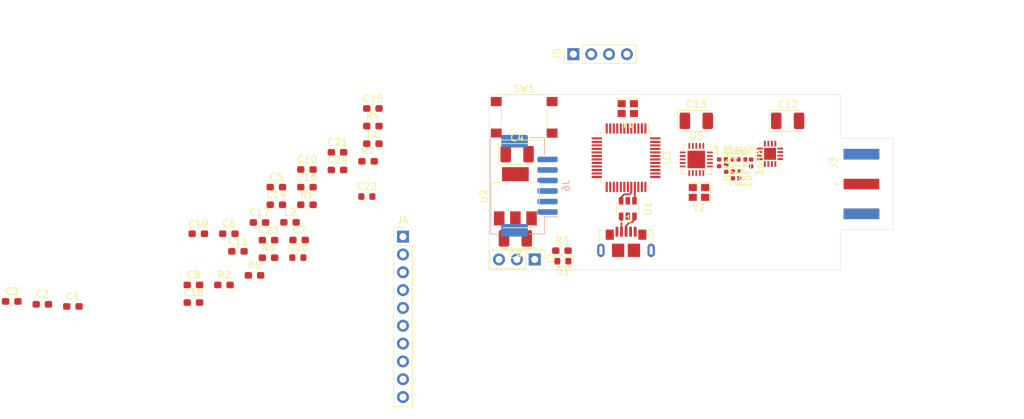
<source format=kicad_pcb>
(kicad_pcb (version 20171130) (host pcbnew "(5.1.6)-1")

  (general
    (thickness 1.6)
    (drawings 12)
    (tracks 14)
    (zones 0)
    (modules 55)
    (nets 84)
  )

  (page A4)
  (layers
    (0 F.Cu signal)
    (31 B.Cu signal)
    (32 B.Adhes user)
    (33 F.Adhes user)
    (34 B.Paste user)
    (35 F.Paste user)
    (36 B.SilkS user)
    (37 F.SilkS user)
    (38 B.Mask user)
    (39 F.Mask user)
    (40 Dwgs.User user)
    (41 Cmts.User user)
    (42 Eco1.User user)
    (43 Eco2.User user)
    (44 Edge.Cuts user)
    (45 Margin user)
    (46 B.CrtYd user)
    (47 F.CrtYd user)
    (48 B.Fab user)
    (49 F.Fab user)
  )

  (setup
    (last_trace_width 0.25)
    (trace_clearance 0.2)
    (zone_clearance 0.508)
    (zone_45_only no)
    (trace_min 0.2)
    (via_size 0.8)
    (via_drill 0.4)
    (via_min_size 0.4)
    (via_min_drill 0.3)
    (uvia_size 0.3)
    (uvia_drill 0.1)
    (uvias_allowed no)
    (uvia_min_size 0.2)
    (uvia_min_drill 0.1)
    (edge_width 0.05)
    (segment_width 0.2)
    (pcb_text_width 0.3)
    (pcb_text_size 1.5 1.5)
    (mod_edge_width 0.12)
    (mod_text_size 1 1)
    (mod_text_width 0.15)
    (pad_size 1.524 1.524)
    (pad_drill 0.762)
    (pad_to_mask_clearance 0.05)
    (aux_axis_origin 0 0)
    (visible_elements FFFFFF7F)
    (pcbplotparams
      (layerselection 0x010fc_ffffffff)
      (usegerberextensions false)
      (usegerberattributes true)
      (usegerberadvancedattributes true)
      (creategerberjobfile true)
      (excludeedgelayer true)
      (linewidth 0.100000)
      (plotframeref false)
      (viasonmask false)
      (mode 1)
      (useauxorigin false)
      (hpglpennumber 1)
      (hpglpenspeed 20)
      (hpglpendiameter 15.000000)
      (psnegative false)
      (psa4output false)
      (plotreference true)
      (plotvalue true)
      (plotinvisibletext false)
      (padsonsilk false)
      (subtractmaskfromsilk false)
      (outputformat 1)
      (mirror false)
      (drillshape 1)
      (scaleselection 1)
      (outputdirectory ""))
  )

  (net 0 "")
  (net 1 RF_out)
  (net 2 "Net-(1.5pF1-Pad1)")
  (net 3 GND)
  (net 4 TXEN)
  (net 5 "Net-(2.7nH1-Pad1)")
  (net 6 "Net-(3.9nH1-Pad1)")
  (net 7 "Net-(C1-Pad1)")
  (net 8 "Net-(C2-Pad1)")
  (net 9 NRST)
  (net 10 +5V)
  (net 11 +3V3)
  (net 12 "Net-(C18-Pad1)")
  (net 13 "Net-(C19-Pad1)")
  (net 14 "Net-(C20-Pad1)")
  (net 15 "Net-(C22-Pad1)")
  (net 16 "Net-(C23-Pad1)")
  (net 17 "Net-(D1-Pad2)")
  (net 18 "Net-(J1-Pad6)")
  (net 19 D+)
  (net 20 "Net-(J1-Pad4)")
  (net 21 D-)
  (net 22 BOOT0)
  (net 23 P10)
  (net 24 P9)
  (net 25 P8)
  (net 26 P7)
  (net 27 P6)
  (net 28 P5)
  (net 29 P4)
  (net 30 P3)
  (net 31 P2)
  (net 32 P1)
  (net 33 SWDIO)
  (net 34 SWCLK)
  (net 35 "Net-(R1-Pad2)")
  (net 36 "Net-(R1-Pad1)")
  (net 37 CE)
  (net 38 "Net-(R4-Pad1)")
  (net 39 "Net-(R5-Pad1)")
  (net 40 "Net-(R6-Pad1)")
  (net 41 "Net-(R7-Pad2)")
  (net 42 "Net-(R7-Pad1)")
  (net 43 "Net-(U1-Pad5)")
  (net 44 USB_D-)
  (net 45 "Net-(U1-Pad2)")
  (net 46 USB_D+)
  (net 47 "Net-(U3-Pad46)")
  (net 48 "Net-(U3-Pad45)")
  (net 49 CSN)
  (net 50 MOSI)
  (net 51 MISO)
  (net 52 SCK)
  (net 53 IRQ)
  (net 54 "Net-(U3-Pad13)")
  (net 55 "Net-(U3-Pad12)")
  (net 56 "Net-(U3-Pad11)")
  (net 57 "Net-(U3-Pad10)")
  (net 58 "Net-(U3-Pad4)")
  (net 59 "Net-(U3-Pad3)")
  (net 60 "Net-(U3-Pad2)")
  (net 61 "Net-(U3-Pad1)")
  (net 62 "Net-(U3-Pad31)")
  (net 63 "Net-(U3-Pad22)")
  (net 64 "Net-(U3-Pad21)")
  (net 65 "Net-(U3-Pad19)")
  (net 66 "Net-(U3-Pad18)")
  (net 67 "Net-(U3-Pad17)")
  (net 68 "Net-(U3-Pad16)")
  (net 69 "Net-(U3-Pad15)")
  (net 70 "Net-(U3-Pad14)")
  (net 71 "Net-(U3-Pad28)")
  (net 72 "Net-(U3-Pad27)")
  (net 73 "Net-(U3-Pad26)")
  (net 74 "Net-(U3-Pad30)")
  (net 75 "Net-(U3-Pad29)")
  (net 76 "Net-(U3-Pad25)")
  (net 77 "Net-(U3-Pad20)")
  (net 78 "Net-(J6-Pad6)")
  (net 79 "Net-(J6-Pad5)")
  (net 80 "Net-(J6-Pad4)")
  (net 81 "Net-(J6-Pad3)")
  (net 82 "Net-(J6-Pad2)")
  (net 83 "Net-(J6-Pad1)")

  (net_class Default "This is the default net class."
    (clearance 0.2)
    (trace_width 0.25)
    (via_dia 0.8)
    (via_drill 0.4)
    (uvia_dia 0.3)
    (uvia_drill 0.1)
    (add_net +3V3)
    (add_net +5V)
    (add_net BOOT0)
    (add_net CE)
    (add_net CSN)
    (add_net D+)
    (add_net D-)
    (add_net GND)
    (add_net IRQ)
    (add_net MISO)
    (add_net MOSI)
    (add_net NRST)
    (add_net "Net-(1.5pF1-Pad1)")
    (add_net "Net-(2.7nH1-Pad1)")
    (add_net "Net-(3.9nH1-Pad1)")
    (add_net "Net-(C1-Pad1)")
    (add_net "Net-(C18-Pad1)")
    (add_net "Net-(C19-Pad1)")
    (add_net "Net-(C2-Pad1)")
    (add_net "Net-(C20-Pad1)")
    (add_net "Net-(C22-Pad1)")
    (add_net "Net-(C23-Pad1)")
    (add_net "Net-(D1-Pad2)")
    (add_net "Net-(J1-Pad4)")
    (add_net "Net-(J1-Pad6)")
    (add_net "Net-(J6-Pad1)")
    (add_net "Net-(J6-Pad2)")
    (add_net "Net-(J6-Pad3)")
    (add_net "Net-(J6-Pad4)")
    (add_net "Net-(J6-Pad5)")
    (add_net "Net-(J6-Pad6)")
    (add_net "Net-(R1-Pad1)")
    (add_net "Net-(R1-Pad2)")
    (add_net "Net-(R4-Pad1)")
    (add_net "Net-(R5-Pad1)")
    (add_net "Net-(R6-Pad1)")
    (add_net "Net-(R7-Pad1)")
    (add_net "Net-(R7-Pad2)")
    (add_net "Net-(U1-Pad2)")
    (add_net "Net-(U1-Pad5)")
    (add_net "Net-(U3-Pad1)")
    (add_net "Net-(U3-Pad10)")
    (add_net "Net-(U3-Pad11)")
    (add_net "Net-(U3-Pad12)")
    (add_net "Net-(U3-Pad13)")
    (add_net "Net-(U3-Pad14)")
    (add_net "Net-(U3-Pad15)")
    (add_net "Net-(U3-Pad16)")
    (add_net "Net-(U3-Pad17)")
    (add_net "Net-(U3-Pad18)")
    (add_net "Net-(U3-Pad19)")
    (add_net "Net-(U3-Pad2)")
    (add_net "Net-(U3-Pad20)")
    (add_net "Net-(U3-Pad21)")
    (add_net "Net-(U3-Pad22)")
    (add_net "Net-(U3-Pad25)")
    (add_net "Net-(U3-Pad26)")
    (add_net "Net-(U3-Pad27)")
    (add_net "Net-(U3-Pad28)")
    (add_net "Net-(U3-Pad29)")
    (add_net "Net-(U3-Pad3)")
    (add_net "Net-(U3-Pad30)")
    (add_net "Net-(U3-Pad31)")
    (add_net "Net-(U3-Pad4)")
    (add_net "Net-(U3-Pad45)")
    (add_net "Net-(U3-Pad46)")
    (add_net P1)
    (add_net P10)
    (add_net P2)
    (add_net P3)
    (add_net P4)
    (add_net P5)
    (add_net P6)
    (add_net P7)
    (add_net P8)
    (add_net P9)
    (add_net RF_out)
    (add_net SCK)
    (add_net SWCLK)
    (add_net SWDIO)
    (add_net TXEN)
    (add_net USB_D+)
    (add_net USB_D-)
  )

  (module Capacitor_SMD:C_0402_1005Metric (layer F.Cu) (tedit 5B301BBE) (tstamp 5F34E491)
    (at 185.6 98.7 270)
    (descr "Capacitor SMD 0402 (1005 Metric), square (rectangular) end terminal, IPC_7351 nominal, (Body size source: http://www.tortai-tech.com/upload/download/2011102023233369053.pdf), generated with kicad-footprint-generator")
    (tags capacitor)
    (path /5F1D4D67)
    (attr smd)
    (fp_text reference 1pF3 (at 0 -1.17 90) (layer F.SilkS)
      (effects (font (size 1 1) (thickness 0.15)))
    )
    (fp_text value C (at 0 1.17 90) (layer F.Fab)
      (effects (font (size 1 1) (thickness 0.15)))
    )
    (fp_text user %R (at 0 0 90) (layer F.Fab)
      (effects (font (size 0.25 0.25) (thickness 0.04)))
    )
    (fp_line (start -0.5 0.25) (end -0.5 -0.25) (layer F.Fab) (width 0.1))
    (fp_line (start -0.5 -0.25) (end 0.5 -0.25) (layer F.Fab) (width 0.1))
    (fp_line (start 0.5 -0.25) (end 0.5 0.25) (layer F.Fab) (width 0.1))
    (fp_line (start 0.5 0.25) (end -0.5 0.25) (layer F.Fab) (width 0.1))
    (fp_line (start -0.93 0.47) (end -0.93 -0.47) (layer F.CrtYd) (width 0.05))
    (fp_line (start -0.93 -0.47) (end 0.93 -0.47) (layer F.CrtYd) (width 0.05))
    (fp_line (start 0.93 -0.47) (end 0.93 0.47) (layer F.CrtYd) (width 0.05))
    (fp_line (start 0.93 0.47) (end -0.93 0.47) (layer F.CrtYd) (width 0.05))
    (pad 2 smd roundrect (at 0.485 0 270) (size 0.59 0.64) (layers F.Cu F.Paste F.Mask) (roundrect_rratio 0.25)
      (net 3 GND))
    (pad 1 smd roundrect (at -0.485 0 270) (size 0.59 0.64) (layers F.Cu F.Paste F.Mask) (roundrect_rratio 0.25)
      (net 4 TXEN))
    (model ${KISYS3DMOD}/Capacitor_SMD.3dshapes/C_0402_1005Metric.wrl
      (at (xyz 0 0 0))
      (scale (xyz 1 1 1))
      (rotate (xyz 0 0 0))
    )
  )

  (module Capacitor_SMD:C_0402_1005Metric (layer F.Cu) (tedit 5B301BBE) (tstamp 5F34E466)
    (at 184.7 98.7 270)
    (descr "Capacitor SMD 0402 (1005 Metric), square (rectangular) end terminal, IPC_7351 nominal, (Body size source: http://www.tortai-tech.com/upload/download/2011102023233369053.pdf), generated with kicad-footprint-generator")
    (tags capacitor)
    (path /5F1D3542)
    (attr smd)
    (fp_text reference 1pF1 (at 0 -1.17 90) (layer F.SilkS)
      (effects (font (size 1 1) (thickness 0.15)))
    )
    (fp_text value C (at 0 1.17 90) (layer F.Fab)
      (effects (font (size 1 1) (thickness 0.15)))
    )
    (fp_text user %R (at 0 0 90) (layer F.Fab)
      (effects (font (size 0.25 0.25) (thickness 0.04)))
    )
    (fp_line (start -0.5 0.25) (end -0.5 -0.25) (layer F.Fab) (width 0.1))
    (fp_line (start -0.5 -0.25) (end 0.5 -0.25) (layer F.Fab) (width 0.1))
    (fp_line (start 0.5 -0.25) (end 0.5 0.25) (layer F.Fab) (width 0.1))
    (fp_line (start 0.5 0.25) (end -0.5 0.25) (layer F.Fab) (width 0.1))
    (fp_line (start -0.93 0.47) (end -0.93 -0.47) (layer F.CrtYd) (width 0.05))
    (fp_line (start -0.93 -0.47) (end 0.93 -0.47) (layer F.CrtYd) (width 0.05))
    (fp_line (start 0.93 -0.47) (end 0.93 0.47) (layer F.CrtYd) (width 0.05))
    (fp_line (start 0.93 0.47) (end -0.93 0.47) (layer F.CrtYd) (width 0.05))
    (pad 2 smd roundrect (at 0.485 0 270) (size 0.59 0.64) (layers F.Cu F.Paste F.Mask) (roundrect_rratio 0.25)
      (net 3 GND))
    (pad 1 smd roundrect (at -0.485 0 270) (size 0.59 0.64) (layers F.Cu F.Paste F.Mask) (roundrect_rratio 0.25)
      (net 4 TXEN))
    (model ${KISYS3DMOD}/Capacitor_SMD.3dshapes/C_0402_1005Metric.wrl
      (at (xyz 0 0 0))
      (scale (xyz 1 1 1))
      (rotate (xyz 0 0 0))
    )
  )

  (module Capacitor_SMD:C_0402_1005Metric (layer F.Cu) (tedit 5B301BBE) (tstamp 5F34D164)
    (at 183.75 97.765 270)
    (descr "Capacitor SMD 0402 (1005 Metric), square (rectangular) end terminal, IPC_7351 nominal, (Body size source: http://www.tortai-tech.com/upload/download/2011102023233369053.pdf), generated with kicad-footprint-generator")
    (tags capacitor)
    (path /5F1CFDF6)
    (attr smd)
    (fp_text reference 2.7nH1 (at 0 -1.17 90) (layer F.SilkS)
      (effects (font (size 1 1) (thickness 0.15)))
    )
    (fp_text value L (at 0 1.17 90) (layer F.Fab)
      (effects (font (size 1 1) (thickness 0.15)))
    )
    (fp_text user %R (at 0 0 90) (layer F.Fab)
      (effects (font (size 0.25 0.25) (thickness 0.04)))
    )
    (fp_line (start -0.5 0.25) (end -0.5 -0.25) (layer F.Fab) (width 0.1))
    (fp_line (start -0.5 -0.25) (end 0.5 -0.25) (layer F.Fab) (width 0.1))
    (fp_line (start 0.5 -0.25) (end 0.5 0.25) (layer F.Fab) (width 0.1))
    (fp_line (start 0.5 0.25) (end -0.5 0.25) (layer F.Fab) (width 0.1))
    (fp_line (start -0.93 0.47) (end -0.93 -0.47) (layer F.CrtYd) (width 0.05))
    (fp_line (start -0.93 -0.47) (end 0.93 -0.47) (layer F.CrtYd) (width 0.05))
    (fp_line (start 0.93 -0.47) (end 0.93 0.47) (layer F.CrtYd) (width 0.05))
    (fp_line (start 0.93 0.47) (end -0.93 0.47) (layer F.CrtYd) (width 0.05))
    (pad 2 smd roundrect (at 0.485 0 270) (size 0.59 0.64) (layers F.Cu F.Paste F.Mask) (roundrect_rratio 0.25)
      (net 4 TXEN))
    (pad 1 smd roundrect (at -0.485 0 270) (size 0.59 0.64) (layers F.Cu F.Paste F.Mask) (roundrect_rratio 0.25)
      (net 5 "Net-(2.7nH1-Pad1)"))
    (model ${KISYS3DMOD}/Capacitor_SMD.3dshapes/C_0402_1005Metric.wrl
      (at (xyz 0 0 0))
      (scale (xyz 1 1 1))
      (rotate (xyz 0 0 0))
    )
  )

  (module Button_Switch_SMD:SW_Push_1P1T_NO_6x6mm_H9.5mm (layer F.Cu) (tedit 5CA1CA7F) (tstamp 5F34C4F8)
    (at 155 90.5)
    (descr "tactile push button, 6x6mm e.g. PTS645xx series, height=9.5mm")
    (tags "tact sw push 6mm smd")
    (path /5F4A3EC7)
    (attr smd)
    (fp_text reference SW1 (at 0 -4.05) (layer F.SilkS)
      (effects (font (size 1 1) (thickness 0.15)))
    )
    (fp_text value SW_Push (at 0 4.15) (layer F.Fab)
      (effects (font (size 1 1) (thickness 0.15)))
    )
    (fp_text user %R (at 0 -4.05) (layer F.Fab)
      (effects (font (size 1 1) (thickness 0.15)))
    )
    (fp_line (start -3 -3) (end -3 3) (layer F.Fab) (width 0.1))
    (fp_line (start -3 3) (end 3 3) (layer F.Fab) (width 0.1))
    (fp_line (start 3 3) (end 3 -3) (layer F.Fab) (width 0.1))
    (fp_line (start 3 -3) (end -3 -3) (layer F.Fab) (width 0.1))
    (fp_line (start 5 3.25) (end 5 -3.25) (layer F.CrtYd) (width 0.05))
    (fp_line (start -5 -3.25) (end -5 3.25) (layer F.CrtYd) (width 0.05))
    (fp_line (start -5 3.25) (end 5 3.25) (layer F.CrtYd) (width 0.05))
    (fp_line (start -5 -3.25) (end 5 -3.25) (layer F.CrtYd) (width 0.05))
    (fp_line (start 3.23 -3.23) (end 3.23 -3.2) (layer F.SilkS) (width 0.12))
    (fp_line (start 3.23 3.23) (end 3.23 3.2) (layer F.SilkS) (width 0.12))
    (fp_line (start -3.23 3.23) (end -3.23 3.2) (layer F.SilkS) (width 0.12))
    (fp_line (start -3.23 -3.2) (end -3.23 -3.23) (layer F.SilkS) (width 0.12))
    (fp_line (start 3.23 -1.3) (end 3.23 1.3) (layer F.SilkS) (width 0.12))
    (fp_line (start -3.23 -3.23) (end 3.23 -3.23) (layer F.SilkS) (width 0.12))
    (fp_line (start -3.23 -1.3) (end -3.23 1.3) (layer F.SilkS) (width 0.12))
    (fp_line (start -3.23 3.23) (end 3.23 3.23) (layer F.SilkS) (width 0.12))
    (fp_circle (center 0 0) (end 1.75 -0.05) (layer F.Fab) (width 0.1))
    (pad 2 smd rect (at 3.975 2.25) (size 1.55 1.3) (layers F.Cu F.Paste F.Mask)
      (net 9 NRST))
    (pad 1 smd rect (at 3.975 -2.25) (size 1.55 1.3) (layers F.Cu F.Paste F.Mask)
      (net 3 GND))
    (pad 1 smd rect (at -3.975 -2.25) (size 1.55 1.3) (layers F.Cu F.Paste F.Mask)
      (net 3 GND))
    (pad 2 smd rect (at -3.975 2.25) (size 1.55 1.3) (layers F.Cu F.Paste F.Mask)
      (net 9 NRST))
    (model ${KISYS3DMOD}/Button_Switch_SMD.3dshapes/SW_PUSH_6mm_H9.5mm.wrl
      (at (xyz 0 0 0))
      (scale (xyz 1 1 1))
      (rotate (xyz 0 0 0))
    )
  )

  (module Connector_JST:JST_ZE_SM06B-ZESS-TB_1x06-1MP_P1.50mm_Horizontal (layer B.Cu) (tedit 5C2814BC) (tstamp 5F349CFC)
    (at 155.75 100.25 90)
    (descr "JST ZE series connector, SM06B-ZESS-TB (http://www.jst-mfg.com/product/pdf/eng/eZE.pdf), generated with kicad-footprint-generator")
    (tags "connector JST ZE horizontal")
    (path /5F3B2572)
    (attr smd)
    (fp_text reference J6 (at 0 5.22 -90) (layer B.SilkS)
      (effects (font (size 1 1) (thickness 0.15)) (justify mirror))
    )
    (fp_text value Conn_01x06_Male (at 0 -6.68 -90) (layer B.Fab)
      (effects (font (size 1 1) (thickness 0.15)) (justify mirror))
    )
    (fp_text user %R (at 0 0 -90) (layer B.Fab)
      (effects (font (size 1 1) (thickness 0.15)) (justify mirror))
    )
    (fp_line (start -6.75 2.025) (end 6.75 2.025) (layer B.Fab) (width 0.1))
    (fp_line (start -6.86 0.035) (end -6.86 2.135) (layer B.SilkS) (width 0.12))
    (fp_line (start -6.86 2.135) (end -4.41 2.135) (layer B.SilkS) (width 0.12))
    (fp_line (start -4.41 2.135) (end -4.41 4.025) (layer B.SilkS) (width 0.12))
    (fp_line (start 6.86 0.035) (end 6.86 2.135) (layer B.SilkS) (width 0.12))
    (fp_line (start 6.86 2.135) (end 4.41 2.135) (layer B.SilkS) (width 0.12))
    (fp_line (start -6.86 -4.285) (end -6.86 -5.585) (layer B.SilkS) (width 0.12))
    (fp_line (start -6.86 -5.585) (end 6.86 -5.585) (layer B.SilkS) (width 0.12))
    (fp_line (start 6.86 -5.585) (end 6.86 -4.285) (layer B.SilkS) (width 0.12))
    (fp_line (start -6.75 -5.475) (end 6.75 -5.475) (layer B.Fab) (width 0.1))
    (fp_line (start -6.75 2.025) (end -6.75 -5.475) (layer B.Fab) (width 0.1))
    (fp_line (start 6.75 2.025) (end 6.75 -5.475) (layer B.Fab) (width 0.1))
    (fp_line (start -7.75 4.52) (end -7.75 -5.98) (layer B.CrtYd) (width 0.05))
    (fp_line (start -7.75 -5.98) (end 7.75 -5.98) (layer B.CrtYd) (width 0.05))
    (fp_line (start 7.75 -5.98) (end 7.75 4.52) (layer B.CrtYd) (width 0.05))
    (fp_line (start 7.75 4.52) (end -7.75 4.52) (layer B.CrtYd) (width 0.05))
    (fp_line (start -4.25 2.025) (end -3.75 1.317893) (layer B.Fab) (width 0.1))
    (fp_line (start -3.75 1.317893) (end -3.25 2.025) (layer B.Fab) (width 0.1))
    (pad MP smd roundrect (at 6.35 -2.125 90) (size 1.8 3.8) (layers B.Cu B.Paste B.Mask) (roundrect_rratio 0.138889))
    (pad MP smd roundrect (at -6.35 -2.125 90) (size 1.8 3.8) (layers B.Cu B.Paste B.Mask) (roundrect_rratio 0.138889))
    (pad 6 smd roundrect (at 3.75 2.575 90) (size 0.8 2.9) (layers B.Cu B.Paste B.Mask) (roundrect_rratio 0.25)
      (net 78 "Net-(J6-Pad6)"))
    (pad 5 smd roundrect (at 2.25 2.575 90) (size 0.8 2.9) (layers B.Cu B.Paste B.Mask) (roundrect_rratio 0.25)
      (net 79 "Net-(J6-Pad5)"))
    (pad 4 smd roundrect (at 0.75 2.575 90) (size 0.8 2.9) (layers B.Cu B.Paste B.Mask) (roundrect_rratio 0.25)
      (net 80 "Net-(J6-Pad4)"))
    (pad 3 smd roundrect (at -0.75 2.575 90) (size 0.8 2.9) (layers B.Cu B.Paste B.Mask) (roundrect_rratio 0.25)
      (net 81 "Net-(J6-Pad3)"))
    (pad 2 smd roundrect (at -2.25 2.575 90) (size 0.8 2.9) (layers B.Cu B.Paste B.Mask) (roundrect_rratio 0.25)
      (net 82 "Net-(J6-Pad2)"))
    (pad 1 smd roundrect (at -3.75 2.575 90) (size 0.8 2.9) (layers B.Cu B.Paste B.Mask) (roundrect_rratio 0.25)
      (net 83 "Net-(J6-Pad1)"))
    (model ${KISYS3DMOD}/Connector_JST.3dshapes/JST_ZE_SM06B-ZESS-TB_1x06-1MP_P1.50mm_Horizontal.wrl
      (at (xyz 0 0 0))
      (scale (xyz 1 1 1))
      (rotate (xyz 0 0 0))
    )
  )

  (module Capacitor_SMD:C_0402_1005Metric (layer F.Cu) (tedit 5B301BBE) (tstamp 5F3422DD)
    (at 182.75 96.985 270)
    (descr "Capacitor SMD 0402 (1005 Metric), square (rectangular) end terminal, IPC_7351 nominal, (Body size source: http://www.tortai-tech.com/upload/download/2011102023233369053.pdf), generated with kicad-footprint-generator")
    (tags capacitor)
    (path /5F1A9930)
    (attr smd)
    (fp_text reference 8.2nH1 (at 0 -1.17 90) (layer F.SilkS)
      (effects (font (size 1 1) (thickness 0.15)))
    )
    (fp_text value L (at 0 1.17 90) (layer F.Fab)
      (effects (font (size 1 1) (thickness 0.15)))
    )
    (fp_text user %R (at 0 0 90) (layer F.Fab)
      (effects (font (size 0.25 0.25) (thickness 0.04)))
    )
    (fp_line (start -0.5 0.25) (end -0.5 -0.25) (layer F.Fab) (width 0.1))
    (fp_line (start -0.5 -0.25) (end 0.5 -0.25) (layer F.Fab) (width 0.1))
    (fp_line (start 0.5 -0.25) (end 0.5 0.25) (layer F.Fab) (width 0.1))
    (fp_line (start 0.5 0.25) (end -0.5 0.25) (layer F.Fab) (width 0.1))
    (fp_line (start -0.93 0.47) (end -0.93 -0.47) (layer F.CrtYd) (width 0.05))
    (fp_line (start -0.93 -0.47) (end 0.93 -0.47) (layer F.CrtYd) (width 0.05))
    (fp_line (start 0.93 -0.47) (end 0.93 0.47) (layer F.CrtYd) (width 0.05))
    (fp_line (start 0.93 0.47) (end -0.93 0.47) (layer F.CrtYd) (width 0.05))
    (pad 2 smd roundrect (at 0.485 0 270) (size 0.59 0.64) (layers F.Cu F.Paste F.Mask) (roundrect_rratio 0.25)
      (net 5 "Net-(2.7nH1-Pad1)"))
    (pad 1 smd roundrect (at -0.485 0 270) (size 0.59 0.64) (layers F.Cu F.Paste F.Mask) (roundrect_rratio 0.25)
      (net 6 "Net-(3.9nH1-Pad1)"))
    (model ${KISYS3DMOD}/Capacitor_SMD.3dshapes/C_0402_1005Metric.wrl
      (at (xyz 0 0 0))
      (scale (xyz 1 1 1))
      (rotate (xyz 0 0 0))
    )
  )

  (module Capacitor_SMD:C_0402_1005Metric (layer F.Cu) (tedit 5B301BBE) (tstamp 5F3422CE)
    (at 184.2 96.5)
    (descr "Capacitor SMD 0402 (1005 Metric), square (rectangular) end terminal, IPC_7351 nominal, (Body size source: http://www.tortai-tech.com/upload/download/2011102023233369053.pdf), generated with kicad-footprint-generator")
    (tags capacitor)
    (path /5F1C1FA6)
    (attr smd)
    (fp_text reference 3.9nH1 (at 0.25 -1.25) (layer F.SilkS)
      (effects (font (size 1 1) (thickness 0.15)))
    )
    (fp_text value L (at 0 1.17) (layer F.Fab)
      (effects (font (size 1 1) (thickness 0.15)))
    )
    (fp_text user %R (at 0 0) (layer F.Fab)
      (effects (font (size 0.25 0.25) (thickness 0.04)))
    )
    (fp_line (start -0.5 0.25) (end -0.5 -0.25) (layer F.Fab) (width 0.1))
    (fp_line (start -0.5 -0.25) (end 0.5 -0.25) (layer F.Fab) (width 0.1))
    (fp_line (start 0.5 -0.25) (end 0.5 0.25) (layer F.Fab) (width 0.1))
    (fp_line (start 0.5 0.25) (end -0.5 0.25) (layer F.Fab) (width 0.1))
    (fp_line (start -0.93 0.47) (end -0.93 -0.47) (layer F.CrtYd) (width 0.05))
    (fp_line (start -0.93 -0.47) (end 0.93 -0.47) (layer F.CrtYd) (width 0.05))
    (fp_line (start 0.93 -0.47) (end 0.93 0.47) (layer F.CrtYd) (width 0.05))
    (fp_line (start 0.93 0.47) (end -0.93 0.47) (layer F.CrtYd) (width 0.05))
    (pad 2 smd roundrect (at 0.485 0) (size 0.59 0.64) (layers F.Cu F.Paste F.Mask) (roundrect_rratio 0.25)
      (net 2 "Net-(1.5pF1-Pad1)"))
    (pad 1 smd roundrect (at -0.485 0) (size 0.59 0.64) (layers F.Cu F.Paste F.Mask) (roundrect_rratio 0.25)
      (net 6 "Net-(3.9nH1-Pad1)"))
    (model ${KISYS3DMOD}/Capacitor_SMD.3dshapes/C_0402_1005Metric.wrl
      (at (xyz 0 0 0))
      (scale (xyz 1 1 1))
      (rotate (xyz 0 0 0))
    )
  )

  (module Capacitor_SMD:C_0402_1005Metric (layer F.Cu) (tedit 5B301BBE) (tstamp 5F34227F)
    (at 187.3 97 270)
    (descr "Capacitor SMD 0402 (1005 Metric), square (rectangular) end terminal, IPC_7351 nominal, (Body size source: http://www.tortai-tech.com/upload/download/2011102023233369053.pdf), generated with kicad-footprint-generator")
    (tags capacitor)
    (path /5F1C46EF)
    (attr smd)
    (fp_text reference 1pF2 (at 0 -1.17 90) (layer F.SilkS)
      (effects (font (size 1 1) (thickness 0.15)))
    )
    (fp_text value C (at 0 1.17 90) (layer F.Fab)
      (effects (font (size 1 1) (thickness 0.15)))
    )
    (fp_text user %R (at 0 0 90) (layer F.Fab)
      (effects (font (size 0.25 0.25) (thickness 0.04)))
    )
    (fp_line (start -0.5 0.25) (end -0.5 -0.25) (layer F.Fab) (width 0.1))
    (fp_line (start -0.5 -0.25) (end 0.5 -0.25) (layer F.Fab) (width 0.1))
    (fp_line (start 0.5 -0.25) (end 0.5 0.25) (layer F.Fab) (width 0.1))
    (fp_line (start 0.5 0.25) (end -0.5 0.25) (layer F.Fab) (width 0.1))
    (fp_line (start -0.93 0.47) (end -0.93 -0.47) (layer F.CrtYd) (width 0.05))
    (fp_line (start -0.93 -0.47) (end 0.93 -0.47) (layer F.CrtYd) (width 0.05))
    (fp_line (start 0.93 -0.47) (end 0.93 0.47) (layer F.CrtYd) (width 0.05))
    (fp_line (start 0.93 0.47) (end -0.93 0.47) (layer F.CrtYd) (width 0.05))
    (pad 2 smd roundrect (at 0.485 0 270) (size 0.59 0.64) (layers F.Cu F.Paste F.Mask) (roundrect_rratio 0.25)
      (net 3 GND))
    (pad 1 smd roundrect (at -0.485 0 270) (size 0.59 0.64) (layers F.Cu F.Paste F.Mask) (roundrect_rratio 0.25)
      (net 1 RF_out))
    (model ${KISYS3DMOD}/Capacitor_SMD.3dshapes/C_0402_1005Metric.wrl
      (at (xyz 0 0 0))
      (scale (xyz 1 1 1))
      (rotate (xyz 0 0 0))
    )
  )

  (module Capacitor_SMD:C_0402_1005Metric (layer F.Cu) (tedit 5B301BBE) (tstamp 5F342250)
    (at 186 96.5)
    (descr "Capacitor SMD 0402 (1005 Metric), square (rectangular) end terminal, IPC_7351 nominal, (Body size source: http://www.tortai-tech.com/upload/download/2011102023233369053.pdf), generated with kicad-footprint-generator")
    (tags capacitor)
    (path /5F1A843A)
    (attr smd)
    (fp_text reference 1.5pF1 (at 0 -1.17) (layer F.SilkS)
      (effects (font (size 1 1) (thickness 0.15)))
    )
    (fp_text value C (at 0 1.17) (layer F.Fab)
      (effects (font (size 1 1) (thickness 0.15)))
    )
    (fp_text user %R (at 0 0) (layer F.Fab)
      (effects (font (size 0.25 0.25) (thickness 0.04)))
    )
    (fp_line (start -0.5 0.25) (end -0.5 -0.25) (layer F.Fab) (width 0.1))
    (fp_line (start -0.5 -0.25) (end 0.5 -0.25) (layer F.Fab) (width 0.1))
    (fp_line (start 0.5 -0.25) (end 0.5 0.25) (layer F.Fab) (width 0.1))
    (fp_line (start 0.5 0.25) (end -0.5 0.25) (layer F.Fab) (width 0.1))
    (fp_line (start -0.93 0.47) (end -0.93 -0.47) (layer F.CrtYd) (width 0.05))
    (fp_line (start -0.93 -0.47) (end 0.93 -0.47) (layer F.CrtYd) (width 0.05))
    (fp_line (start 0.93 -0.47) (end 0.93 0.47) (layer F.CrtYd) (width 0.05))
    (fp_line (start 0.93 0.47) (end -0.93 0.47) (layer F.CrtYd) (width 0.05))
    (pad 2 smd roundrect (at 0.485 0) (size 0.59 0.64) (layers F.Cu F.Paste F.Mask) (roundrect_rratio 0.25)
      (net 1 RF_out))
    (pad 1 smd roundrect (at -0.485 0) (size 0.59 0.64) (layers F.Cu F.Paste F.Mask) (roundrect_rratio 0.25)
      (net 2 "Net-(1.5pF1-Pad1)"))
    (model ${KISYS3DMOD}/Capacitor_SMD.3dshapes/C_0402_1005Metric.wrl
      (at (xyz 0 0 0))
      (scale (xyz 1 1 1))
      (rotate (xyz 0 0 0))
    )
  )

  (module RF:QFN50P300X300X60-17N (layer F.Cu) (tedit 5F33E1DC) (tstamp 5F340D20)
    (at 190 95.7)
    (path /5F311FA0)
    (fp_text reference U4 (at 0.54 -2.935) (layer F.SilkS)
      (effects (font (size 1 1) (thickness 0.015)))
    )
    (fp_text value RFX2401C (at 10.065 2.935) (layer F.Fab)
      (effects (font (size 1 1) (thickness 0.015)))
    )
    (fp_poly (pts (xy -0.54 -0.54) (xy 0.54 -0.54) (xy 0.54 0.54) (xy -0.54 0.54)) (layer F.Paste) (width 0.01))
    (fp_circle (center -2.455 -0.75) (end -2.355 -0.75) (layer F.SilkS) (width 0.2))
    (fp_circle (center -2.455 -0.75) (end -2.355 -0.75) (layer F.Fab) (width 0.2))
    (fp_line (start 1.5 1.5) (end -1.5 1.5) (layer F.Fab) (width 0.127))
    (fp_line (start 1.5 -1.5) (end -1.5 -1.5) (layer F.Fab) (width 0.127))
    (fp_line (start 1.5 1.5) (end 1.5 -1.5) (layer F.Fab) (width 0.127))
    (fp_line (start -1.5 1.5) (end -1.5 -1.5) (layer F.Fab) (width 0.127))
    (fp_line (start 1.5 1.5) (end 1.205 1.5) (layer F.SilkS) (width 0.127))
    (fp_line (start 1.5 -1.5) (end 1.205 -1.5) (layer F.SilkS) (width 0.127))
    (fp_line (start -1.5 1.5) (end -1.205 1.5) (layer F.SilkS) (width 0.127))
    (fp_line (start -1.5 -1.5) (end -1.205 -1.5) (layer F.SilkS) (width 0.127))
    (fp_line (start 1.5 1.5) (end 1.5 1.205) (layer F.SilkS) (width 0.127))
    (fp_line (start 1.5 -1.5) (end 1.5 -1.205) (layer F.SilkS) (width 0.127))
    (fp_line (start -1.5 1.5) (end -1.5 1.205) (layer F.SilkS) (width 0.127))
    (fp_line (start -1.5 -1.5) (end -1.5 -1.205) (layer F.SilkS) (width 0.127))
    (fp_line (start -2.1 2.1) (end 2.1 2.1) (layer F.CrtYd) (width 0.05))
    (fp_line (start -2.1 -2.1) (end 2.1 -2.1) (layer F.CrtYd) (width 0.05))
    (fp_line (start -2.1 2.1) (end -2.1 -2.1) (layer F.CrtYd) (width 0.05))
    (fp_line (start 2.1 2.1) (end 2.1 -2.1) (layer F.CrtYd) (width 0.05))
    (pad 5 smd rect (at -0.75 1.445) (size 0.27 0.81) (layers F.Cu F.Paste F.Mask)
      (net 39 "Net-(R5-Pad1)"))
    (pad 6 smd rect (at -0.25 1.445) (size 0.27 0.81) (layers F.Cu F.Paste F.Mask)
      (net 38 "Net-(R4-Pad1)"))
    (pad 7 smd rect (at 0.25 1.445) (size 0.27 0.81) (layers F.Cu F.Paste F.Mask))
    (pad 8 smd rect (at 0.75 1.445) (size 0.27 0.81) (layers F.Cu F.Paste F.Mask)
      (net 3 GND))
    (pad 13 smd rect (at 0.75 -1.445) (size 0.27 0.81) (layers F.Cu F.Paste F.Mask))
    (pad 14 smd rect (at 0.25 -1.445) (size 0.27 0.81) (layers F.Cu F.Paste F.Mask)
      (net 11 +3V3))
    (pad 15 smd rect (at -0.25 -1.445) (size 0.27 0.81) (layers F.Cu F.Paste F.Mask))
    (pad 16 smd rect (at -0.75 -1.445) (size 0.27 0.81) (layers F.Cu F.Paste F.Mask)
      (net 11 +3V3))
    (pad 1 smd rect (at -1.445 -0.75) (size 0.81 0.27) (layers F.Cu F.Paste F.Mask))
    (pad 2 smd rect (at -1.445 -0.25) (size 0.81 0.27) (layers F.Cu F.Paste F.Mask)
      (net 3 GND))
    (pad 3 smd rect (at -1.445 0.25) (size 0.81 0.27) (layers F.Cu F.Paste F.Mask)
      (net 3 GND))
    (pad 4 smd rect (at -1.445 0.75) (size 0.81 0.27) (layers F.Cu F.Paste F.Mask)
      (net 1 RF_out))
    (pad 9 smd rect (at 1.445 0.75) (size 0.81 0.27) (layers F.Cu F.Paste F.Mask)
      (net 3 GND))
    (pad 10 smd rect (at 1.445 0.25) (size 0.81 0.27) (layers F.Cu F.Paste F.Mask)
      (net 12 "Net-(C18-Pad1)"))
    (pad 11 smd rect (at 1.445 -0.25) (size 0.81 0.27) (layers F.Cu F.Paste F.Mask)
      (net 3 GND))
    (pad 12 smd rect (at 1.445 -0.75) (size 0.81 0.27) (layers F.Cu F.Paste F.Mask))
    (pad 17 smd rect (at 0 0) (size 1.7 1.7) (layers F.Cu F.Mask)
      (net 3 GND))
  )

  (module Crystal:Crystal_SMD_2520-4Pin_2.5x2.0mm (layer F.Cu) (tedit 5A0FD1B2) (tstamp 5F33E93E)
    (at 179.875 101.2 180)
    (descr "SMD Crystal SERIES SMD2520/4 http://www.newxtal.com/UploadFiles/Images/2012-11-12-09-29-09-776.pdf, 2.5x2.0mm^2 package")
    (tags "SMD SMT crystal")
    (path /5F1B21E0)
    (attr smd)
    (fp_text reference Y2 (at 0 -2.2) (layer F.SilkS)
      (effects (font (size 1 1) (thickness 0.15)))
    )
    (fp_text value Crystal_GND24 (at 0 2.2) (layer F.Fab)
      (effects (font (size 1 1) (thickness 0.15)))
    )
    (fp_text user %R (at 0 0) (layer F.Fab)
      (effects (font (size 0.6 0.6) (thickness 0.09)))
    )
    (fp_line (start -1.15 -1) (end 1.15 -1) (layer F.Fab) (width 0.1))
    (fp_line (start 1.15 -1) (end 1.25 -0.9) (layer F.Fab) (width 0.1))
    (fp_line (start 1.25 -0.9) (end 1.25 0.9) (layer F.Fab) (width 0.1))
    (fp_line (start 1.25 0.9) (end 1.15 1) (layer F.Fab) (width 0.1))
    (fp_line (start 1.15 1) (end -1.15 1) (layer F.Fab) (width 0.1))
    (fp_line (start -1.15 1) (end -1.25 0.9) (layer F.Fab) (width 0.1))
    (fp_line (start -1.25 0.9) (end -1.25 -0.9) (layer F.Fab) (width 0.1))
    (fp_line (start -1.25 -0.9) (end -1.15 -1) (layer F.Fab) (width 0.1))
    (fp_line (start -1.25 0) (end -0.25 1) (layer F.Fab) (width 0.1))
    (fp_line (start -1.65 -1.4) (end -1.65 1.4) (layer F.SilkS) (width 0.12))
    (fp_line (start -1.65 1.4) (end 1.65 1.4) (layer F.SilkS) (width 0.12))
    (fp_line (start -1.7 -1.5) (end -1.7 1.5) (layer F.CrtYd) (width 0.05))
    (fp_line (start -1.7 1.5) (end 1.7 1.5) (layer F.CrtYd) (width 0.05))
    (fp_line (start 1.7 1.5) (end 1.7 -1.5) (layer F.CrtYd) (width 0.05))
    (fp_line (start 1.7 -1.5) (end -1.7 -1.5) (layer F.CrtYd) (width 0.05))
    (pad 4 smd rect (at -0.875 -0.7 180) (size 1.15 1) (layers F.Cu F.Paste F.Mask)
      (net 14 "Net-(C20-Pad1)"))
    (pad 3 smd rect (at 0.875 -0.7 180) (size 1.15 1) (layers F.Cu F.Paste F.Mask)
      (net 41 "Net-(R7-Pad2)"))
    (pad 2 smd rect (at 0.875 0.7 180) (size 1.15 1) (layers F.Cu F.Paste F.Mask)
      (net 15 "Net-(C22-Pad1)"))
    (pad 1 smd rect (at -0.875 0.7 180) (size 1.15 1) (layers F.Cu F.Paste F.Mask)
      (net 42 "Net-(R7-Pad1)"))
    (model ${KISYS3DMOD}/Crystal.3dshapes/Crystal_SMD_2520-4Pin_2.5x2.0mm.wrl
      (at (xyz 0 0 0))
      (scale (xyz 1 1 1))
      (rotate (xyz 0 0 0))
    )
  )

  (module Crystal:Crystal_SMD_2520-4Pin_2.5x2.0mm (layer F.Cu) (tedit 5A0FD1B2) (tstamp 5F33E926)
    (at 169.75 89.25 180)
    (descr "SMD Crystal SERIES SMD2520/4 http://www.newxtal.com/UploadFiles/Images/2012-11-12-09-29-09-776.pdf, 2.5x2.0mm^2 package")
    (tags "SMD SMT crystal")
    (path /5F1E5D85)
    (attr smd)
    (fp_text reference Y1 (at 0 -2.2) (layer F.SilkS)
      (effects (font (size 1 1) (thickness 0.15)))
    )
    (fp_text value Crystal_GND24 (at 0 2.2) (layer F.Fab)
      (effects (font (size 1 1) (thickness 0.15)))
    )
    (fp_text user %R (at 0 0) (layer F.Fab)
      (effects (font (size 0.6 0.6) (thickness 0.09)))
    )
    (fp_line (start -1.15 -1) (end 1.15 -1) (layer F.Fab) (width 0.1))
    (fp_line (start 1.15 -1) (end 1.25 -0.9) (layer F.Fab) (width 0.1))
    (fp_line (start 1.25 -0.9) (end 1.25 0.9) (layer F.Fab) (width 0.1))
    (fp_line (start 1.25 0.9) (end 1.15 1) (layer F.Fab) (width 0.1))
    (fp_line (start 1.15 1) (end -1.15 1) (layer F.Fab) (width 0.1))
    (fp_line (start -1.15 1) (end -1.25 0.9) (layer F.Fab) (width 0.1))
    (fp_line (start -1.25 0.9) (end -1.25 -0.9) (layer F.Fab) (width 0.1))
    (fp_line (start -1.25 -0.9) (end -1.15 -1) (layer F.Fab) (width 0.1))
    (fp_line (start -1.25 0) (end -0.25 1) (layer F.Fab) (width 0.1))
    (fp_line (start -1.65 -1.4) (end -1.65 1.4) (layer F.SilkS) (width 0.12))
    (fp_line (start -1.65 1.4) (end 1.65 1.4) (layer F.SilkS) (width 0.12))
    (fp_line (start -1.7 -1.5) (end -1.7 1.5) (layer F.CrtYd) (width 0.05))
    (fp_line (start -1.7 1.5) (end 1.7 1.5) (layer F.CrtYd) (width 0.05))
    (fp_line (start 1.7 1.5) (end 1.7 -1.5) (layer F.CrtYd) (width 0.05))
    (fp_line (start 1.7 -1.5) (end -1.7 -1.5) (layer F.CrtYd) (width 0.05))
    (pad 4 smd rect (at -0.875 -0.7 180) (size 1.15 1) (layers F.Cu F.Paste F.Mask)
      (net 7 "Net-(C1-Pad1)"))
    (pad 3 smd rect (at 0.875 -0.7 180) (size 1.15 1) (layers F.Cu F.Paste F.Mask)
      (net 36 "Net-(R1-Pad1)"))
    (pad 2 smd rect (at 0.875 0.7 180) (size 1.15 1) (layers F.Cu F.Paste F.Mask)
      (net 8 "Net-(C2-Pad1)"))
    (pad 1 smd rect (at -0.875 0.7 180) (size 1.15 1) (layers F.Cu F.Paste F.Mask)
      (net 35 "Net-(R1-Pad2)"))
    (model ${KISYS3DMOD}/Crystal.3dshapes/Crystal_SMD_2520-4Pin_2.5x2.0mm.wrl
      (at (xyz 0 0 0))
      (scale (xyz 1 1 1))
      (rotate (xyz 0 0 0))
    )
  )

  (module Package_DFN_QFN:QFN-20-1EP_4x4mm_P0.5mm_EP2.5x2.5mm (layer F.Cu) (tedit 5DC5F6A3) (tstamp 5F33E90E)
    (at 179.5 96.5)
    (descr "QFN, 20 Pin (http://ww1.microchip.com/downloads/en/PackagingSpec/00000049BQ.pdf#page=274), generated with kicad-footprint-generator ipc_noLead_generator.py")
    (tags "QFN NoLead")
    (path /5F1A6F1D)
    (attr smd)
    (fp_text reference U5 (at 0 -3.3) (layer F.SilkS)
      (effects (font (size 1 1) (thickness 0.15)))
    )
    (fp_text value nRF24L01P (at 0 3.3) (layer F.Fab)
      (effects (font (size 1 1) (thickness 0.15)))
    )
    (fp_text user %R (at 0 0) (layer F.Fab)
      (effects (font (size 1 1) (thickness 0.15)))
    )
    (fp_line (start 1.385 -2.11) (end 2.11 -2.11) (layer F.SilkS) (width 0.12))
    (fp_line (start 2.11 -2.11) (end 2.11 -1.385) (layer F.SilkS) (width 0.12))
    (fp_line (start -1.385 2.11) (end -2.11 2.11) (layer F.SilkS) (width 0.12))
    (fp_line (start -2.11 2.11) (end -2.11 1.385) (layer F.SilkS) (width 0.12))
    (fp_line (start 1.385 2.11) (end 2.11 2.11) (layer F.SilkS) (width 0.12))
    (fp_line (start 2.11 2.11) (end 2.11 1.385) (layer F.SilkS) (width 0.12))
    (fp_line (start -1.385 -2.11) (end -2.11 -2.11) (layer F.SilkS) (width 0.12))
    (fp_line (start -1 -2) (end 2 -2) (layer F.Fab) (width 0.1))
    (fp_line (start 2 -2) (end 2 2) (layer F.Fab) (width 0.1))
    (fp_line (start 2 2) (end -2 2) (layer F.Fab) (width 0.1))
    (fp_line (start -2 2) (end -2 -1) (layer F.Fab) (width 0.1))
    (fp_line (start -2 -1) (end -1 -2) (layer F.Fab) (width 0.1))
    (fp_line (start -2.6 -2.6) (end -2.6 2.6) (layer F.CrtYd) (width 0.05))
    (fp_line (start -2.6 2.6) (end 2.6 2.6) (layer F.CrtYd) (width 0.05))
    (fp_line (start 2.6 2.6) (end 2.6 -2.6) (layer F.CrtYd) (width 0.05))
    (fp_line (start 2.6 -2.6) (end -2.6 -2.6) (layer F.CrtYd) (width 0.05))
    (pad "" smd roundrect (at 0.625 0.625) (size 1.01 1.01) (layers F.Paste) (roundrect_rratio 0.247525))
    (pad "" smd roundrect (at 0.625 -0.625) (size 1.01 1.01) (layers F.Paste) (roundrect_rratio 0.247525))
    (pad "" smd roundrect (at -0.625 0.625) (size 1.01 1.01) (layers F.Paste) (roundrect_rratio 0.247525))
    (pad "" smd roundrect (at -0.625 -0.625) (size 1.01 1.01) (layers F.Paste) (roundrect_rratio 0.247525))
    (pad 21 smd rect (at 0 0) (size 2.5 2.5) (layers F.Cu F.Mask))
    (pad 20 smd roundrect (at -1 -1.9375) (size 0.25 0.825) (layers F.Cu F.Paste F.Mask) (roundrect_rratio 0.25)
      (net 3 GND))
    (pad 19 smd roundrect (at -0.5 -1.9375) (size 0.25 0.825) (layers F.Cu F.Paste F.Mask) (roundrect_rratio 0.25)
      (net 11 +3V3))
    (pad 18 smd roundrect (at 0 -1.9375) (size 0.25 0.825) (layers F.Cu F.Paste F.Mask) (roundrect_rratio 0.25)
      (net 11 +3V3))
    (pad 17 smd roundrect (at 0.5 -1.9375) (size 0.25 0.825) (layers F.Cu F.Paste F.Mask) (roundrect_rratio 0.25)
      (net 3 GND))
    (pad 16 smd roundrect (at 1 -1.9375) (size 0.25 0.825) (layers F.Cu F.Paste F.Mask) (roundrect_rratio 0.25)
      (net 40 "Net-(R6-Pad1)"))
    (pad 15 smd roundrect (at 1.9375 -1) (size 0.825 0.25) (layers F.Cu F.Paste F.Mask) (roundrect_rratio 0.25)
      (net 11 +3V3))
    (pad 14 smd roundrect (at 1.9375 -0.5) (size 0.825 0.25) (layers F.Cu F.Paste F.Mask) (roundrect_rratio 0.25)
      (net 3 GND))
    (pad 13 smd roundrect (at 1.9375 0) (size 0.825 0.25) (layers F.Cu F.Paste F.Mask) (roundrect_rratio 0.25)
      (net 6 "Net-(3.9nH1-Pad1)"))
    (pad 12 smd roundrect (at 1.9375 0.5) (size 0.825 0.25) (layers F.Cu F.Paste F.Mask) (roundrect_rratio 0.25)
      (net 5 "Net-(2.7nH1-Pad1)"))
    (pad 11 smd roundrect (at 1.9375 1) (size 0.825 0.25) (layers F.Cu F.Paste F.Mask) (roundrect_rratio 0.25)
      (net 4 TXEN))
    (pad 10 smd roundrect (at 1 1.9375) (size 0.25 0.825) (layers F.Cu F.Paste F.Mask) (roundrect_rratio 0.25)
      (net 42 "Net-(R7-Pad1)"))
    (pad 9 smd roundrect (at 0.5 1.9375) (size 0.25 0.825) (layers F.Cu F.Paste F.Mask) (roundrect_rratio 0.25)
      (net 41 "Net-(R7-Pad2)"))
    (pad 8 smd roundrect (at 0 1.9375) (size 0.25 0.825) (layers F.Cu F.Paste F.Mask) (roundrect_rratio 0.25)
      (net 3 GND))
    (pad 7 smd roundrect (at -0.5 1.9375) (size 0.25 0.825) (layers F.Cu F.Paste F.Mask) (roundrect_rratio 0.25)
      (net 11 +3V3))
    (pad 6 smd roundrect (at -1 1.9375) (size 0.25 0.825) (layers F.Cu F.Paste F.Mask) (roundrect_rratio 0.25)
      (net 53 IRQ))
    (pad 5 smd roundrect (at -1.9375 1) (size 0.825 0.25) (layers F.Cu F.Paste F.Mask) (roundrect_rratio 0.25)
      (net 51 MISO))
    (pad 4 smd roundrect (at -1.9375 0.5) (size 0.825 0.25) (layers F.Cu F.Paste F.Mask) (roundrect_rratio 0.25)
      (net 50 MOSI))
    (pad 3 smd roundrect (at -1.9375 0) (size 0.825 0.25) (layers F.Cu F.Paste F.Mask) (roundrect_rratio 0.25)
      (net 52 SCK))
    (pad 2 smd roundrect (at -1.9375 -0.5) (size 0.825 0.25) (layers F.Cu F.Paste F.Mask) (roundrect_rratio 0.25)
      (net 49 CSN))
    (pad 1 smd roundrect (at -1.9375 -1) (size 0.825 0.25) (layers F.Cu F.Paste F.Mask) (roundrect_rratio 0.25)
      (net 37 CE))
    (model ${KISYS3DMOD}/Package_DFN_QFN.3dshapes/QFN-20-1EP_4x4mm_P0.5mm_EP2.5x2.5mm.wrl
      (at (xyz 0 0 0))
      (scale (xyz 1 1 1))
      (rotate (xyz 0 0 0))
    )
  )

  (module Package_QFP:LQFP-48_7x7mm_P0.5mm (layer F.Cu) (tedit 5D9F72AF) (tstamp 5F33E8E0)
    (at 169.5 96.25 270)
    (descr "LQFP, 48 Pin (https://www.analog.com/media/en/technical-documentation/data-sheets/ltc2358-16.pdf), generated with kicad-footprint-generator ipc_gullwing_generator.py")
    (tags "LQFP QFP")
    (path /5F1A61C4)
    (attr smd)
    (fp_text reference U3 (at 0 -5.85 90) (layer F.SilkS)
      (effects (font (size 1 1) (thickness 0.15)))
    )
    (fp_text value STM32F103C8Tx (at 0 5.85 90) (layer F.Fab)
      (effects (font (size 1 1) (thickness 0.15)))
    )
    (fp_text user %R (at 0 0 90) (layer F.Fab)
      (effects (font (size 1 1) (thickness 0.15)))
    )
    (fp_line (start 3.16 3.61) (end 3.61 3.61) (layer F.SilkS) (width 0.12))
    (fp_line (start 3.61 3.61) (end 3.61 3.16) (layer F.SilkS) (width 0.12))
    (fp_line (start -3.16 3.61) (end -3.61 3.61) (layer F.SilkS) (width 0.12))
    (fp_line (start -3.61 3.61) (end -3.61 3.16) (layer F.SilkS) (width 0.12))
    (fp_line (start 3.16 -3.61) (end 3.61 -3.61) (layer F.SilkS) (width 0.12))
    (fp_line (start 3.61 -3.61) (end 3.61 -3.16) (layer F.SilkS) (width 0.12))
    (fp_line (start -3.16 -3.61) (end -3.61 -3.61) (layer F.SilkS) (width 0.12))
    (fp_line (start -3.61 -3.61) (end -3.61 -3.16) (layer F.SilkS) (width 0.12))
    (fp_line (start -3.61 -3.16) (end -4.9 -3.16) (layer F.SilkS) (width 0.12))
    (fp_line (start -2.5 -3.5) (end 3.5 -3.5) (layer F.Fab) (width 0.1))
    (fp_line (start 3.5 -3.5) (end 3.5 3.5) (layer F.Fab) (width 0.1))
    (fp_line (start 3.5 3.5) (end -3.5 3.5) (layer F.Fab) (width 0.1))
    (fp_line (start -3.5 3.5) (end -3.5 -2.5) (layer F.Fab) (width 0.1))
    (fp_line (start -3.5 -2.5) (end -2.5 -3.5) (layer F.Fab) (width 0.1))
    (fp_line (start 0 -5.15) (end -3.15 -5.15) (layer F.CrtYd) (width 0.05))
    (fp_line (start -3.15 -5.15) (end -3.15 -3.75) (layer F.CrtYd) (width 0.05))
    (fp_line (start -3.15 -3.75) (end -3.75 -3.75) (layer F.CrtYd) (width 0.05))
    (fp_line (start -3.75 -3.75) (end -3.75 -3.15) (layer F.CrtYd) (width 0.05))
    (fp_line (start -3.75 -3.15) (end -5.15 -3.15) (layer F.CrtYd) (width 0.05))
    (fp_line (start -5.15 -3.15) (end -5.15 0) (layer F.CrtYd) (width 0.05))
    (fp_line (start 0 -5.15) (end 3.15 -5.15) (layer F.CrtYd) (width 0.05))
    (fp_line (start 3.15 -5.15) (end 3.15 -3.75) (layer F.CrtYd) (width 0.05))
    (fp_line (start 3.15 -3.75) (end 3.75 -3.75) (layer F.CrtYd) (width 0.05))
    (fp_line (start 3.75 -3.75) (end 3.75 -3.15) (layer F.CrtYd) (width 0.05))
    (fp_line (start 3.75 -3.15) (end 5.15 -3.15) (layer F.CrtYd) (width 0.05))
    (fp_line (start 5.15 -3.15) (end 5.15 0) (layer F.CrtYd) (width 0.05))
    (fp_line (start 0 5.15) (end -3.15 5.15) (layer F.CrtYd) (width 0.05))
    (fp_line (start -3.15 5.15) (end -3.15 3.75) (layer F.CrtYd) (width 0.05))
    (fp_line (start -3.15 3.75) (end -3.75 3.75) (layer F.CrtYd) (width 0.05))
    (fp_line (start -3.75 3.75) (end -3.75 3.15) (layer F.CrtYd) (width 0.05))
    (fp_line (start -3.75 3.15) (end -5.15 3.15) (layer F.CrtYd) (width 0.05))
    (fp_line (start -5.15 3.15) (end -5.15 0) (layer F.CrtYd) (width 0.05))
    (fp_line (start 0 5.15) (end 3.15 5.15) (layer F.CrtYd) (width 0.05))
    (fp_line (start 3.15 5.15) (end 3.15 3.75) (layer F.CrtYd) (width 0.05))
    (fp_line (start 3.15 3.75) (end 3.75 3.75) (layer F.CrtYd) (width 0.05))
    (fp_line (start 3.75 3.75) (end 3.75 3.15) (layer F.CrtYd) (width 0.05))
    (fp_line (start 3.75 3.15) (end 5.15 3.15) (layer F.CrtYd) (width 0.05))
    (fp_line (start 5.15 3.15) (end 5.15 0) (layer F.CrtYd) (width 0.05))
    (pad 48 smd roundrect (at -2.75 -4.1625 270) (size 0.3 1.475) (layers F.Cu F.Paste F.Mask) (roundrect_rratio 0.25)
      (net 11 +3V3))
    (pad 47 smd roundrect (at -2.25 -4.1625 270) (size 0.3 1.475) (layers F.Cu F.Paste F.Mask) (roundrect_rratio 0.25)
      (net 3 GND))
    (pad 46 smd roundrect (at -1.75 -4.1625 270) (size 0.3 1.475) (layers F.Cu F.Paste F.Mask) (roundrect_rratio 0.25)
      (net 47 "Net-(U3-Pad46)"))
    (pad 45 smd roundrect (at -1.25 -4.1625 270) (size 0.3 1.475) (layers F.Cu F.Paste F.Mask) (roundrect_rratio 0.25)
      (net 48 "Net-(U3-Pad45)"))
    (pad 44 smd roundrect (at -0.75 -4.1625 270) (size 0.3 1.475) (layers F.Cu F.Paste F.Mask) (roundrect_rratio 0.25)
      (net 22 BOOT0))
    (pad 43 smd roundrect (at -0.25 -4.1625 270) (size 0.3 1.475) (layers F.Cu F.Paste F.Mask) (roundrect_rratio 0.25)
      (net 37 CE))
    (pad 42 smd roundrect (at 0.25 -4.1625 270) (size 0.3 1.475) (layers F.Cu F.Paste F.Mask) (roundrect_rratio 0.25)
      (net 49 CSN))
    (pad 41 smd roundrect (at 0.75 -4.1625 270) (size 0.3 1.475) (layers F.Cu F.Paste F.Mask) (roundrect_rratio 0.25)
      (net 50 MOSI))
    (pad 40 smd roundrect (at 1.25 -4.1625 270) (size 0.3 1.475) (layers F.Cu F.Paste F.Mask) (roundrect_rratio 0.25)
      (net 51 MISO))
    (pad 39 smd roundrect (at 1.75 -4.1625 270) (size 0.3 1.475) (layers F.Cu F.Paste F.Mask) (roundrect_rratio 0.25)
      (net 52 SCK))
    (pad 38 smd roundrect (at 2.25 -4.1625 270) (size 0.3 1.475) (layers F.Cu F.Paste F.Mask) (roundrect_rratio 0.25)
      (net 53 IRQ))
    (pad 37 smd roundrect (at 2.75 -4.1625 270) (size 0.3 1.475) (layers F.Cu F.Paste F.Mask) (roundrect_rratio 0.25)
      (net 34 SWCLK))
    (pad 36 smd roundrect (at 4.1625 -2.75 270) (size 1.475 0.3) (layers F.Cu F.Paste F.Mask) (roundrect_rratio 0.25)
      (net 11 +3V3))
    (pad 35 smd roundrect (at 4.1625 -2.25 270) (size 1.475 0.3) (layers F.Cu F.Paste F.Mask) (roundrect_rratio 0.25)
      (net 3 GND))
    (pad 34 smd roundrect (at 4.1625 -1.75 270) (size 1.475 0.3) (layers F.Cu F.Paste F.Mask) (roundrect_rratio 0.25)
      (net 33 SWDIO))
    (pad 33 smd roundrect (at 4.1625 -1.25 270) (size 1.475 0.3) (layers F.Cu F.Paste F.Mask) (roundrect_rratio 0.25)
      (net 46 USB_D+))
    (pad 32 smd roundrect (at 4.1625 -0.75 270) (size 1.475 0.3) (layers F.Cu F.Paste F.Mask) (roundrect_rratio 0.25)
      (net 44 USB_D-))
    (pad 31 smd roundrect (at 4.1625 -0.25 270) (size 1.475 0.3) (layers F.Cu F.Paste F.Mask) (roundrect_rratio 0.25)
      (net 62 "Net-(U3-Pad31)"))
    (pad 30 smd roundrect (at 4.1625 0.25 270) (size 1.475 0.3) (layers F.Cu F.Paste F.Mask) (roundrect_rratio 0.25)
      (net 74 "Net-(U3-Pad30)"))
    (pad 29 smd roundrect (at 4.1625 0.75 270) (size 1.475 0.3) (layers F.Cu F.Paste F.Mask) (roundrect_rratio 0.25)
      (net 75 "Net-(U3-Pad29)"))
    (pad 28 smd roundrect (at 4.1625 1.25 270) (size 1.475 0.3) (layers F.Cu F.Paste F.Mask) (roundrect_rratio 0.25)
      (net 71 "Net-(U3-Pad28)"))
    (pad 27 smd roundrect (at 4.1625 1.75 270) (size 1.475 0.3) (layers F.Cu F.Paste F.Mask) (roundrect_rratio 0.25)
      (net 72 "Net-(U3-Pad27)"))
    (pad 26 smd roundrect (at 4.1625 2.25 270) (size 1.475 0.3) (layers F.Cu F.Paste F.Mask) (roundrect_rratio 0.25)
      (net 73 "Net-(U3-Pad26)"))
    (pad 25 smd roundrect (at 4.1625 2.75 270) (size 1.475 0.3) (layers F.Cu F.Paste F.Mask) (roundrect_rratio 0.25)
      (net 76 "Net-(U3-Pad25)"))
    (pad 24 smd roundrect (at 2.75 4.1625 270) (size 0.3 1.475) (layers F.Cu F.Paste F.Mask) (roundrect_rratio 0.25)
      (net 11 +3V3))
    (pad 23 smd roundrect (at 2.25 4.1625 270) (size 0.3 1.475) (layers F.Cu F.Paste F.Mask) (roundrect_rratio 0.25)
      (net 3 GND))
    (pad 22 smd roundrect (at 1.75 4.1625 270) (size 0.3 1.475) (layers F.Cu F.Paste F.Mask) (roundrect_rratio 0.25)
      (net 63 "Net-(U3-Pad22)"))
    (pad 21 smd roundrect (at 1.25 4.1625 270) (size 0.3 1.475) (layers F.Cu F.Paste F.Mask) (roundrect_rratio 0.25)
      (net 64 "Net-(U3-Pad21)"))
    (pad 20 smd roundrect (at 0.75 4.1625 270) (size 0.3 1.475) (layers F.Cu F.Paste F.Mask) (roundrect_rratio 0.25)
      (net 77 "Net-(U3-Pad20)"))
    (pad 19 smd roundrect (at 0.25 4.1625 270) (size 0.3 1.475) (layers F.Cu F.Paste F.Mask) (roundrect_rratio 0.25)
      (net 65 "Net-(U3-Pad19)"))
    (pad 18 smd roundrect (at -0.25 4.1625 270) (size 0.3 1.475) (layers F.Cu F.Paste F.Mask) (roundrect_rratio 0.25)
      (net 66 "Net-(U3-Pad18)"))
    (pad 17 smd roundrect (at -0.75 4.1625 270) (size 0.3 1.475) (layers F.Cu F.Paste F.Mask) (roundrect_rratio 0.25)
      (net 67 "Net-(U3-Pad17)"))
    (pad 16 smd roundrect (at -1.25 4.1625 270) (size 0.3 1.475) (layers F.Cu F.Paste F.Mask) (roundrect_rratio 0.25)
      (net 68 "Net-(U3-Pad16)"))
    (pad 15 smd roundrect (at -1.75 4.1625 270) (size 0.3 1.475) (layers F.Cu F.Paste F.Mask) (roundrect_rratio 0.25)
      (net 69 "Net-(U3-Pad15)"))
    (pad 14 smd roundrect (at -2.25 4.1625 270) (size 0.3 1.475) (layers F.Cu F.Paste F.Mask) (roundrect_rratio 0.25)
      (net 70 "Net-(U3-Pad14)"))
    (pad 13 smd roundrect (at -2.75 4.1625 270) (size 0.3 1.475) (layers F.Cu F.Paste F.Mask) (roundrect_rratio 0.25)
      (net 54 "Net-(U3-Pad13)"))
    (pad 12 smd roundrect (at -4.1625 2.75 270) (size 1.475 0.3) (layers F.Cu F.Paste F.Mask) (roundrect_rratio 0.25)
      (net 55 "Net-(U3-Pad12)"))
    (pad 11 smd roundrect (at -4.1625 2.25 270) (size 1.475 0.3) (layers F.Cu F.Paste F.Mask) (roundrect_rratio 0.25)
      (net 56 "Net-(U3-Pad11)"))
    (pad 10 smd roundrect (at -4.1625 1.75 270) (size 1.475 0.3) (layers F.Cu F.Paste F.Mask) (roundrect_rratio 0.25)
      (net 57 "Net-(U3-Pad10)"))
    (pad 9 smd roundrect (at -4.1625 1.25 270) (size 1.475 0.3) (layers F.Cu F.Paste F.Mask) (roundrect_rratio 0.25)
      (net 11 +3V3))
    (pad 8 smd roundrect (at -4.1625 0.75 270) (size 1.475 0.3) (layers F.Cu F.Paste F.Mask) (roundrect_rratio 0.25)
      (net 3 GND))
    (pad 7 smd roundrect (at -4.1625 0.25 270) (size 1.475 0.3) (layers F.Cu F.Paste F.Mask) (roundrect_rratio 0.25)
      (net 9 NRST))
    (pad 6 smd roundrect (at -4.1625 -0.25 270) (size 1.475 0.3) (layers F.Cu F.Paste F.Mask) (roundrect_rratio 0.25)
      (net 36 "Net-(R1-Pad1)"))
    (pad 5 smd roundrect (at -4.1625 -0.75 270) (size 1.475 0.3) (layers F.Cu F.Paste F.Mask) (roundrect_rratio 0.25)
      (net 35 "Net-(R1-Pad2)"))
    (pad 4 smd roundrect (at -4.1625 -1.25 270) (size 1.475 0.3) (layers F.Cu F.Paste F.Mask) (roundrect_rratio 0.25)
      (net 58 "Net-(U3-Pad4)"))
    (pad 3 smd roundrect (at -4.1625 -1.75 270) (size 1.475 0.3) (layers F.Cu F.Paste F.Mask) (roundrect_rratio 0.25)
      (net 59 "Net-(U3-Pad3)"))
    (pad 2 smd roundrect (at -4.1625 -2.25 270) (size 1.475 0.3) (layers F.Cu F.Paste F.Mask) (roundrect_rratio 0.25)
      (net 60 "Net-(U3-Pad2)"))
    (pad 1 smd roundrect (at -4.1625 -2.75 270) (size 1.475 0.3) (layers F.Cu F.Paste F.Mask) (roundrect_rratio 0.25)
      (net 61 "Net-(U3-Pad1)"))
    (model ${KISYS3DMOD}/Package_QFP.3dshapes/LQFP-48_7x7mm_P0.5mm.wrl
      (at (xyz 0 0 0))
      (scale (xyz 1 1 1))
      (rotate (xyz 0 0 0))
    )
  )

  (module Package_TO_SOT_SMD:SOT-223-3_TabPin2 (layer F.Cu) (tedit 5A02FF57) (tstamp 5F33E885)
    (at 153.75 101.75 90)
    (descr "module CMS SOT223 4 pins")
    (tags "CMS SOT")
    (path /5F248C24)
    (attr smd)
    (fp_text reference U2 (at 0 -4.5 90) (layer F.SilkS)
      (effects (font (size 1 1) (thickness 0.15)))
    )
    (fp_text value AMS1117-3.3 (at 0 4.5 90) (layer F.Fab)
      (effects (font (size 1 1) (thickness 0.15)))
    )
    (fp_text user %R (at 0 0) (layer F.Fab)
      (effects (font (size 0.8 0.8) (thickness 0.12)))
    )
    (fp_line (start 1.91 3.41) (end 1.91 2.15) (layer F.SilkS) (width 0.12))
    (fp_line (start 1.91 -3.41) (end 1.91 -2.15) (layer F.SilkS) (width 0.12))
    (fp_line (start 4.4 -3.6) (end -4.4 -3.6) (layer F.CrtYd) (width 0.05))
    (fp_line (start 4.4 3.6) (end 4.4 -3.6) (layer F.CrtYd) (width 0.05))
    (fp_line (start -4.4 3.6) (end 4.4 3.6) (layer F.CrtYd) (width 0.05))
    (fp_line (start -4.4 -3.6) (end -4.4 3.6) (layer F.CrtYd) (width 0.05))
    (fp_line (start -1.85 -2.35) (end -0.85 -3.35) (layer F.Fab) (width 0.1))
    (fp_line (start -1.85 -2.35) (end -1.85 3.35) (layer F.Fab) (width 0.1))
    (fp_line (start -1.85 3.41) (end 1.91 3.41) (layer F.SilkS) (width 0.12))
    (fp_line (start -0.85 -3.35) (end 1.85 -3.35) (layer F.Fab) (width 0.1))
    (fp_line (start -4.1 -3.41) (end 1.91 -3.41) (layer F.SilkS) (width 0.12))
    (fp_line (start -1.85 3.35) (end 1.85 3.35) (layer F.Fab) (width 0.1))
    (fp_line (start 1.85 -3.35) (end 1.85 3.35) (layer F.Fab) (width 0.1))
    (pad 1 smd rect (at -3.15 -2.3 90) (size 2 1.5) (layers F.Cu F.Paste F.Mask)
      (net 3 GND))
    (pad 3 smd rect (at -3.15 2.3 90) (size 2 1.5) (layers F.Cu F.Paste F.Mask)
      (net 10 +5V))
    (pad 2 smd rect (at -3.15 0 90) (size 2 1.5) (layers F.Cu F.Paste F.Mask)
      (net 11 +3V3))
    (pad 2 smd rect (at 3.15 0 90) (size 2 3.8) (layers F.Cu F.Paste F.Mask)
      (net 11 +3V3))
    (model ${KISYS3DMOD}/Package_TO_SOT_SMD.3dshapes/SOT-223.wrl
      (at (xyz 0 0 0))
      (scale (xyz 1 1 1))
      (rotate (xyz 0 0 0))
    )
  )

  (module Package_TO_SOT_SMD:SOT-23-6 (layer F.Cu) (tedit 5A02FF57) (tstamp 5F33E86F)
    (at 169.75 103.5 270)
    (descr "6-pin SOT-23 package")
    (tags SOT-23-6)
    (path /5F29ACE3)
    (attr smd)
    (fp_text reference U1 (at 0 -2.9 90) (layer F.SilkS)
      (effects (font (size 1 1) (thickness 0.15)))
    )
    (fp_text value USBLC6-2SC6 (at 0 2.9 90) (layer F.Fab)
      (effects (font (size 1 1) (thickness 0.15)))
    )
    (fp_text user %R (at 0 0) (layer F.Fab)
      (effects (font (size 0.5 0.5) (thickness 0.075)))
    )
    (fp_line (start -0.9 1.61) (end 0.9 1.61) (layer F.SilkS) (width 0.12))
    (fp_line (start 0.9 -1.61) (end -1.55 -1.61) (layer F.SilkS) (width 0.12))
    (fp_line (start 1.9 -1.8) (end -1.9 -1.8) (layer F.CrtYd) (width 0.05))
    (fp_line (start 1.9 1.8) (end 1.9 -1.8) (layer F.CrtYd) (width 0.05))
    (fp_line (start -1.9 1.8) (end 1.9 1.8) (layer F.CrtYd) (width 0.05))
    (fp_line (start -1.9 -1.8) (end -1.9 1.8) (layer F.CrtYd) (width 0.05))
    (fp_line (start -0.9 -0.9) (end -0.25 -1.55) (layer F.Fab) (width 0.1))
    (fp_line (start 0.9 -1.55) (end -0.25 -1.55) (layer F.Fab) (width 0.1))
    (fp_line (start -0.9 -0.9) (end -0.9 1.55) (layer F.Fab) (width 0.1))
    (fp_line (start 0.9 1.55) (end -0.9 1.55) (layer F.Fab) (width 0.1))
    (fp_line (start 0.9 -1.55) (end 0.9 1.55) (layer F.Fab) (width 0.1))
    (pad 5 smd rect (at 1.1 0 270) (size 1.06 0.65) (layers F.Cu F.Paste F.Mask)
      (net 43 "Net-(U1-Pad5)"))
    (pad 6 smd rect (at 1.1 -0.95 270) (size 1.06 0.65) (layers F.Cu F.Paste F.Mask)
      (net 19 D+))
    (pad 4 smd rect (at 1.1 0.95 270) (size 1.06 0.65) (layers F.Cu F.Paste F.Mask)
      (net 21 D-))
    (pad 3 smd rect (at -1.1 0.95 270) (size 1.06 0.65) (layers F.Cu F.Paste F.Mask)
      (net 44 USB_D-))
    (pad 2 smd rect (at -1.1 0 270) (size 1.06 0.65) (layers F.Cu F.Paste F.Mask)
      (net 45 "Net-(U1-Pad2)"))
    (pad 1 smd rect (at -1.1 -0.95 270) (size 1.06 0.65) (layers F.Cu F.Paste F.Mask)
      (net 46 USB_D+))
    (model ${KISYS3DMOD}/Package_TO_SOT_SMD.3dshapes/SOT-23-6.wrl
      (at (xyz 0 0 0))
      (scale (xyz 1 1 1))
      (rotate (xyz 0 0 0))
    )
  )

  (module Resistor_SMD:R_0603_1608Metric_Pad1.05x0.95mm_HandSolder (layer F.Cu) (tedit 5B301BBD) (tstamp 5F33E83A)
    (at 132.78 96.765)
    (descr "Resistor SMD 0603 (1608 Metric), square (rectangular) end terminal, IPC_7351 nominal with elongated pad for handsoldering. (Body size source: http://www.tortai-tech.com/upload/download/2011102023233369053.pdf), generated with kicad-footprint-generator")
    (tags "resistor handsolder")
    (path /5F1B9696)
    (attr smd)
    (fp_text reference R7 (at 0 -1.43) (layer F.SilkS)
      (effects (font (size 1 1) (thickness 0.15)))
    )
    (fp_text value 1M (at 0 1.43) (layer F.Fab)
      (effects (font (size 1 1) (thickness 0.15)))
    )
    (fp_text user %R (at 0 0) (layer F.Fab)
      (effects (font (size 0.4 0.4) (thickness 0.06)))
    )
    (fp_line (start -0.8 0.4) (end -0.8 -0.4) (layer F.Fab) (width 0.1))
    (fp_line (start -0.8 -0.4) (end 0.8 -0.4) (layer F.Fab) (width 0.1))
    (fp_line (start 0.8 -0.4) (end 0.8 0.4) (layer F.Fab) (width 0.1))
    (fp_line (start 0.8 0.4) (end -0.8 0.4) (layer F.Fab) (width 0.1))
    (fp_line (start -0.171267 -0.51) (end 0.171267 -0.51) (layer F.SilkS) (width 0.12))
    (fp_line (start -0.171267 0.51) (end 0.171267 0.51) (layer F.SilkS) (width 0.12))
    (fp_line (start -1.65 0.73) (end -1.65 -0.73) (layer F.CrtYd) (width 0.05))
    (fp_line (start -1.65 -0.73) (end 1.65 -0.73) (layer F.CrtYd) (width 0.05))
    (fp_line (start 1.65 -0.73) (end 1.65 0.73) (layer F.CrtYd) (width 0.05))
    (fp_line (start 1.65 0.73) (end -1.65 0.73) (layer F.CrtYd) (width 0.05))
    (pad 2 smd roundrect (at 0.875 0) (size 1.05 0.95) (layers F.Cu F.Paste F.Mask) (roundrect_rratio 0.25)
      (net 41 "Net-(R7-Pad2)"))
    (pad 1 smd roundrect (at -0.875 0) (size 1.05 0.95) (layers F.Cu F.Paste F.Mask) (roundrect_rratio 0.25)
      (net 42 "Net-(R7-Pad1)"))
    (model ${KISYS3DMOD}/Resistor_SMD.3dshapes/R_0603_1608Metric.wrl
      (at (xyz 0 0 0))
      (scale (xyz 1 1 1))
      (rotate (xyz 0 0 0))
    )
  )

  (module Resistor_SMD:R_0603_1608Metric_Pad1.05x0.95mm_HandSolder (layer F.Cu) (tedit 5B301BBD) (tstamp 5F33E829)
    (at 116.62 113.015)
    (descr "Resistor SMD 0603 (1608 Metric), square (rectangular) end terminal, IPC_7351 nominal with elongated pad for handsoldering. (Body size source: http://www.tortai-tech.com/upload/download/2011102023233369053.pdf), generated with kicad-footprint-generator")
    (tags "resistor handsolder")
    (path /5F1AF34A)
    (attr smd)
    (fp_text reference R6 (at 0 -1.43) (layer F.SilkS)
      (effects (font (size 1 1) (thickness 0.15)))
    )
    (fp_text value R (at 0 1.43) (layer F.Fab)
      (effects (font (size 1 1) (thickness 0.15)))
    )
    (fp_text user %R (at 0 0) (layer F.Fab)
      (effects (font (size 0.4 0.4) (thickness 0.06)))
    )
    (fp_line (start -0.8 0.4) (end -0.8 -0.4) (layer F.Fab) (width 0.1))
    (fp_line (start -0.8 -0.4) (end 0.8 -0.4) (layer F.Fab) (width 0.1))
    (fp_line (start 0.8 -0.4) (end 0.8 0.4) (layer F.Fab) (width 0.1))
    (fp_line (start 0.8 0.4) (end -0.8 0.4) (layer F.Fab) (width 0.1))
    (fp_line (start -0.171267 -0.51) (end 0.171267 -0.51) (layer F.SilkS) (width 0.12))
    (fp_line (start -0.171267 0.51) (end 0.171267 0.51) (layer F.SilkS) (width 0.12))
    (fp_line (start -1.65 0.73) (end -1.65 -0.73) (layer F.CrtYd) (width 0.05))
    (fp_line (start -1.65 -0.73) (end 1.65 -0.73) (layer F.CrtYd) (width 0.05))
    (fp_line (start 1.65 -0.73) (end 1.65 0.73) (layer F.CrtYd) (width 0.05))
    (fp_line (start 1.65 0.73) (end -1.65 0.73) (layer F.CrtYd) (width 0.05))
    (pad 2 smd roundrect (at 0.875 0) (size 1.05 0.95) (layers F.Cu F.Paste F.Mask) (roundrect_rratio 0.25)
      (net 3 GND))
    (pad 1 smd roundrect (at -0.875 0) (size 1.05 0.95) (layers F.Cu F.Paste F.Mask) (roundrect_rratio 0.25)
      (net 40 "Net-(R6-Pad1)"))
    (model ${KISYS3DMOD}/Resistor_SMD.3dshapes/R_0603_1608Metric.wrl
      (at (xyz 0 0 0))
      (scale (xyz 1 1 1))
      (rotate (xyz 0 0 0))
    )
  )

  (module Resistor_SMD:R_0603_1608Metric_Pad1.05x0.95mm_HandSolder (layer F.Cu) (tedit 5B301BBD) (tstamp 5F33E818)
    (at 118.61 110.505)
    (descr "Resistor SMD 0603 (1608 Metric), square (rectangular) end terminal, IPC_7351 nominal with elongated pad for handsoldering. (Body size source: http://www.tortai-tech.com/upload/download/2011102023233369053.pdf), generated with kicad-footprint-generator")
    (tags "resistor handsolder")
    (path /5F5450A5)
    (attr smd)
    (fp_text reference R5 (at 0 -1.43) (layer F.SilkS)
      (effects (font (size 1 1) (thickness 0.15)))
    )
    (fp_text value R (at 0 1.43) (layer F.Fab)
      (effects (font (size 1 1) (thickness 0.15)))
    )
    (fp_text user %R (at 0 0) (layer F.Fab)
      (effects (font (size 0.4 0.4) (thickness 0.06)))
    )
    (fp_line (start -0.8 0.4) (end -0.8 -0.4) (layer F.Fab) (width 0.1))
    (fp_line (start -0.8 -0.4) (end 0.8 -0.4) (layer F.Fab) (width 0.1))
    (fp_line (start 0.8 -0.4) (end 0.8 0.4) (layer F.Fab) (width 0.1))
    (fp_line (start 0.8 0.4) (end -0.8 0.4) (layer F.Fab) (width 0.1))
    (fp_line (start -0.171267 -0.51) (end 0.171267 -0.51) (layer F.SilkS) (width 0.12))
    (fp_line (start -0.171267 0.51) (end 0.171267 0.51) (layer F.SilkS) (width 0.12))
    (fp_line (start -1.65 0.73) (end -1.65 -0.73) (layer F.CrtYd) (width 0.05))
    (fp_line (start -1.65 -0.73) (end 1.65 -0.73) (layer F.CrtYd) (width 0.05))
    (fp_line (start 1.65 -0.73) (end 1.65 0.73) (layer F.CrtYd) (width 0.05))
    (fp_line (start 1.65 0.73) (end -1.65 0.73) (layer F.CrtYd) (width 0.05))
    (pad 2 smd roundrect (at 0.875 0) (size 1.05 0.95) (layers F.Cu F.Paste F.Mask) (roundrect_rratio 0.25)
      (net 4 TXEN))
    (pad 1 smd roundrect (at -0.875 0) (size 1.05 0.95) (layers F.Cu F.Paste F.Mask) (roundrect_rratio 0.25)
      (net 39 "Net-(R5-Pad1)"))
    (model ${KISYS3DMOD}/Resistor_SMD.3dshapes/R_0603_1608Metric.wrl
      (at (xyz 0 0 0))
      (scale (xyz 1 1 1))
      (rotate (xyz 0 0 0))
    )
  )

  (module Resistor_SMD:R_0603_1608Metric_Pad1.05x0.95mm_HandSolder (layer F.Cu) (tedit 5B301BBD) (tstamp 5F33E807)
    (at 133.47 91.745)
    (descr "Resistor SMD 0603 (1608 Metric), square (rectangular) end terminal, IPC_7351 nominal with elongated pad for handsoldering. (Body size source: http://www.tortai-tech.com/upload/download/2011102023233369053.pdf), generated with kicad-footprint-generator")
    (tags "resistor handsolder")
    (path /5F525865)
    (attr smd)
    (fp_text reference R4 (at 0 -1.43) (layer F.SilkS)
      (effects (font (size 1 1) (thickness 0.15)))
    )
    (fp_text value R (at 0 1.43) (layer F.Fab)
      (effects (font (size 1 1) (thickness 0.15)))
    )
    (fp_text user %R (at 0 0) (layer F.Fab)
      (effects (font (size 0.4 0.4) (thickness 0.06)))
    )
    (fp_line (start -0.8 0.4) (end -0.8 -0.4) (layer F.Fab) (width 0.1))
    (fp_line (start -0.8 -0.4) (end 0.8 -0.4) (layer F.Fab) (width 0.1))
    (fp_line (start 0.8 -0.4) (end 0.8 0.4) (layer F.Fab) (width 0.1))
    (fp_line (start 0.8 0.4) (end -0.8 0.4) (layer F.Fab) (width 0.1))
    (fp_line (start -0.171267 -0.51) (end 0.171267 -0.51) (layer F.SilkS) (width 0.12))
    (fp_line (start -0.171267 0.51) (end 0.171267 0.51) (layer F.SilkS) (width 0.12))
    (fp_line (start -1.65 0.73) (end -1.65 -0.73) (layer F.CrtYd) (width 0.05))
    (fp_line (start -1.65 -0.73) (end 1.65 -0.73) (layer F.CrtYd) (width 0.05))
    (fp_line (start 1.65 -0.73) (end 1.65 0.73) (layer F.CrtYd) (width 0.05))
    (fp_line (start 1.65 0.73) (end -1.65 0.73) (layer F.CrtYd) (width 0.05))
    (pad 2 smd roundrect (at 0.875 0) (size 1.05 0.95) (layers F.Cu F.Paste F.Mask) (roundrect_rratio 0.25)
      (net 37 CE))
    (pad 1 smd roundrect (at -0.875 0) (size 1.05 0.95) (layers F.Cu F.Paste F.Mask) (roundrect_rratio 0.25)
      (net 38 "Net-(R4-Pad1)"))
    (model ${KISYS3DMOD}/Resistor_SMD.3dshapes/R_0603_1608Metric.wrl
      (at (xyz 0 0 0))
      (scale (xyz 1 1 1))
      (rotate (xyz 0 0 0))
    )
  )

  (module Resistor_SMD:R_0603_1608Metric_Pad1.05x0.95mm_HandSolder (layer F.Cu) (tedit 5B301BBD) (tstamp 5F33E7F6)
    (at 160.375 109.5)
    (descr "Resistor SMD 0603 (1608 Metric), square (rectangular) end terminal, IPC_7351 nominal with elongated pad for handsoldering. (Body size source: http://www.tortai-tech.com/upload/download/2011102023233369053.pdf), generated with kicad-footprint-generator")
    (tags "resistor handsolder")
    (path /5F24B22B)
    (attr smd)
    (fp_text reference R3 (at 0 -1.43) (layer F.SilkS)
      (effects (font (size 1 1) (thickness 0.15)))
    )
    (fp_text value R (at 0 1.43) (layer F.Fab)
      (effects (font (size 1 1) (thickness 0.15)))
    )
    (fp_text user %R (at 0 0) (layer F.Fab)
      (effects (font (size 0.4 0.4) (thickness 0.06)))
    )
    (fp_line (start -0.8 0.4) (end -0.8 -0.4) (layer F.Fab) (width 0.1))
    (fp_line (start -0.8 -0.4) (end 0.8 -0.4) (layer F.Fab) (width 0.1))
    (fp_line (start 0.8 -0.4) (end 0.8 0.4) (layer F.Fab) (width 0.1))
    (fp_line (start 0.8 0.4) (end -0.8 0.4) (layer F.Fab) (width 0.1))
    (fp_line (start -0.171267 -0.51) (end 0.171267 -0.51) (layer F.SilkS) (width 0.12))
    (fp_line (start -0.171267 0.51) (end 0.171267 0.51) (layer F.SilkS) (width 0.12))
    (fp_line (start -1.65 0.73) (end -1.65 -0.73) (layer F.CrtYd) (width 0.05))
    (fp_line (start -1.65 -0.73) (end 1.65 -0.73) (layer F.CrtYd) (width 0.05))
    (fp_line (start 1.65 -0.73) (end 1.65 0.73) (layer F.CrtYd) (width 0.05))
    (fp_line (start 1.65 0.73) (end -1.65 0.73) (layer F.CrtYd) (width 0.05))
    (pad 2 smd roundrect (at 0.875 0) (size 1.05 0.95) (layers F.Cu F.Paste F.Mask) (roundrect_rratio 0.25)
      (net 11 +3V3))
    (pad 1 smd roundrect (at -0.875 0) (size 1.05 0.95) (layers F.Cu F.Paste F.Mask) (roundrect_rratio 0.25)
      (net 17 "Net-(D1-Pad2)"))
    (model ${KISYS3DMOD}/Resistor_SMD.3dshapes/R_0603_1608Metric.wrl
      (at (xyz 0 0 0))
      (scale (xyz 1 1 1))
      (rotate (xyz 0 0 0))
    )
  )

  (module Resistor_SMD:R_0603_1608Metric_Pad1.05x0.95mm_HandSolder (layer F.Cu) (tedit 5B301BBD) (tstamp 5F33E7E5)
    (at 112.27 114.385)
    (descr "Resistor SMD 0603 (1608 Metric), square (rectangular) end terminal, IPC_7351 nominal with elongated pad for handsoldering. (Body size source: http://www.tortai-tech.com/upload/download/2011102023233369053.pdf), generated with kicad-footprint-generator")
    (tags "resistor handsolder")
    (path /5F4AE03A)
    (attr smd)
    (fp_text reference R2 (at 0 -1.43) (layer F.SilkS)
      (effects (font (size 1 1) (thickness 0.15)))
    )
    (fp_text value R (at 0 1.43) (layer F.Fab)
      (effects (font (size 1 1) (thickness 0.15)))
    )
    (fp_text user %R (at 0 0) (layer F.Fab)
      (effects (font (size 0.4 0.4) (thickness 0.06)))
    )
    (fp_line (start -0.8 0.4) (end -0.8 -0.4) (layer F.Fab) (width 0.1))
    (fp_line (start -0.8 -0.4) (end 0.8 -0.4) (layer F.Fab) (width 0.1))
    (fp_line (start 0.8 -0.4) (end 0.8 0.4) (layer F.Fab) (width 0.1))
    (fp_line (start 0.8 0.4) (end -0.8 0.4) (layer F.Fab) (width 0.1))
    (fp_line (start -0.171267 -0.51) (end 0.171267 -0.51) (layer F.SilkS) (width 0.12))
    (fp_line (start -0.171267 0.51) (end 0.171267 0.51) (layer F.SilkS) (width 0.12))
    (fp_line (start -1.65 0.73) (end -1.65 -0.73) (layer F.CrtYd) (width 0.05))
    (fp_line (start -1.65 -0.73) (end 1.65 -0.73) (layer F.CrtYd) (width 0.05))
    (fp_line (start 1.65 -0.73) (end 1.65 0.73) (layer F.CrtYd) (width 0.05))
    (fp_line (start 1.65 0.73) (end -1.65 0.73) (layer F.CrtYd) (width 0.05))
    (pad 2 smd roundrect (at 0.875 0) (size 1.05 0.95) (layers F.Cu F.Paste F.Mask) (roundrect_rratio 0.25)
      (net 9 NRST))
    (pad 1 smd roundrect (at -0.875 0) (size 1.05 0.95) (layers F.Cu F.Paste F.Mask) (roundrect_rratio 0.25)
      (net 11 +3V3))
    (model ${KISYS3DMOD}/Resistor_SMD.3dshapes/R_0603_1608Metric.wrl
      (at (xyz 0 0 0))
      (scale (xyz 1 1 1))
      (rotate (xyz 0 0 0))
    )
  )

  (module Resistor_SMD:R_0603_1608Metric_Pad1.05x0.95mm_HandSolder (layer F.Cu) (tedit 5B301BBD) (tstamp 5F33E7D4)
    (at 124.08 102.955)
    (descr "Resistor SMD 0603 (1608 Metric), square (rectangular) end terminal, IPC_7351 nominal with elongated pad for handsoldering. (Body size source: http://www.tortai-tech.com/upload/download/2011102023233369053.pdf), generated with kicad-footprint-generator")
    (tags "resistor handsolder")
    (path /5F1E5DAA)
    (attr smd)
    (fp_text reference R1 (at 0 -1.43) (layer F.SilkS)
      (effects (font (size 1 1) (thickness 0.15)))
    )
    (fp_text value 1M (at 0 1.43) (layer F.Fab)
      (effects (font (size 1 1) (thickness 0.15)))
    )
    (fp_text user %R (at 0 0) (layer F.Fab)
      (effects (font (size 0.4 0.4) (thickness 0.06)))
    )
    (fp_line (start -0.8 0.4) (end -0.8 -0.4) (layer F.Fab) (width 0.1))
    (fp_line (start -0.8 -0.4) (end 0.8 -0.4) (layer F.Fab) (width 0.1))
    (fp_line (start 0.8 -0.4) (end 0.8 0.4) (layer F.Fab) (width 0.1))
    (fp_line (start 0.8 0.4) (end -0.8 0.4) (layer F.Fab) (width 0.1))
    (fp_line (start -0.171267 -0.51) (end 0.171267 -0.51) (layer F.SilkS) (width 0.12))
    (fp_line (start -0.171267 0.51) (end 0.171267 0.51) (layer F.SilkS) (width 0.12))
    (fp_line (start -1.65 0.73) (end -1.65 -0.73) (layer F.CrtYd) (width 0.05))
    (fp_line (start -1.65 -0.73) (end 1.65 -0.73) (layer F.CrtYd) (width 0.05))
    (fp_line (start 1.65 -0.73) (end 1.65 0.73) (layer F.CrtYd) (width 0.05))
    (fp_line (start 1.65 0.73) (end -1.65 0.73) (layer F.CrtYd) (width 0.05))
    (pad 2 smd roundrect (at 0.875 0) (size 1.05 0.95) (layers F.Cu F.Paste F.Mask) (roundrect_rratio 0.25)
      (net 35 "Net-(R1-Pad2)"))
    (pad 1 smd roundrect (at -0.875 0) (size 1.05 0.95) (layers F.Cu F.Paste F.Mask) (roundrect_rratio 0.25)
      (net 36 "Net-(R1-Pad1)"))
    (model ${KISYS3DMOD}/Resistor_SMD.3dshapes/R_0603_1608Metric.wrl
      (at (xyz 0 0 0))
      (scale (xyz 1 1 1))
      (rotate (xyz 0 0 0))
    )
  )

  (module Capacitor_SMD:C_0603_1608Metric_Pad1.05x0.95mm_HandSolder (layer F.Cu) (tedit 5B301BBE) (tstamp 5F33E7C3)
    (at 121.67 105.465)
    (descr "Capacitor SMD 0603 (1608 Metric), square (rectangular) end terminal, IPC_7351 nominal with elongated pad for handsoldering. (Body size source: http://www.tortai-tech.com/upload/download/2011102023233369053.pdf), generated with kicad-footprint-generator")
    (tags "capacitor handsolder")
    (path /5F35D20C)
    (attr smd)
    (fp_text reference L2 (at 0 -1.43) (layer F.SilkS)
      (effects (font (size 1 1) (thickness 0.15)))
    )
    (fp_text value L (at 0 1.43) (layer F.Fab)
      (effects (font (size 1 1) (thickness 0.15)))
    )
    (fp_text user %R (at 0 0) (layer F.Fab)
      (effects (font (size 0.4 0.4) (thickness 0.06)))
    )
    (fp_line (start -0.8 0.4) (end -0.8 -0.4) (layer F.Fab) (width 0.1))
    (fp_line (start -0.8 -0.4) (end 0.8 -0.4) (layer F.Fab) (width 0.1))
    (fp_line (start 0.8 -0.4) (end 0.8 0.4) (layer F.Fab) (width 0.1))
    (fp_line (start 0.8 0.4) (end -0.8 0.4) (layer F.Fab) (width 0.1))
    (fp_line (start -0.171267 -0.51) (end 0.171267 -0.51) (layer F.SilkS) (width 0.12))
    (fp_line (start -0.171267 0.51) (end 0.171267 0.51) (layer F.SilkS) (width 0.12))
    (fp_line (start -1.65 0.73) (end -1.65 -0.73) (layer F.CrtYd) (width 0.05))
    (fp_line (start -1.65 -0.73) (end 1.65 -0.73) (layer F.CrtYd) (width 0.05))
    (fp_line (start 1.65 -0.73) (end 1.65 0.73) (layer F.CrtYd) (width 0.05))
    (fp_line (start 1.65 0.73) (end -1.65 0.73) (layer F.CrtYd) (width 0.05))
    (pad 2 smd roundrect (at 0.875 0) (size 1.05 0.95) (layers F.Cu F.Paste F.Mask) (roundrect_rratio 0.25)
      (net 16 "Net-(C23-Pad1)"))
    (pad 1 smd roundrect (at -0.875 0) (size 1.05 0.95) (layers F.Cu F.Paste F.Mask) (roundrect_rratio 0.25)
      (net 13 "Net-(C19-Pad1)"))
    (model ${KISYS3DMOD}/Capacitor_SMD.3dshapes/C_0603_1608Metric.wrl
      (at (xyz 0 0 0))
      (scale (xyz 1 1 1))
      (rotate (xyz 0 0 0))
    )
  )

  (module Capacitor_SMD:C_0603_1608Metric_Pad1.05x0.95mm_HandSolder (layer F.Cu) (tedit 5B301BBE) (tstamp 5F33E7B2)
    (at 133.47 94.255)
    (descr "Capacitor SMD 0603 (1608 Metric), square (rectangular) end terminal, IPC_7351 nominal with elongated pad for handsoldering. (Body size source: http://www.tortai-tech.com/upload/download/2011102023233369053.pdf), generated with kicad-footprint-generator")
    (tags "capacitor handsolder")
    (path /5F354D4D)
    (attr smd)
    (fp_text reference L1 (at 0 -1.43) (layer F.SilkS)
      (effects (font (size 1 1) (thickness 0.15)))
    )
    (fp_text value L (at 0 1.43) (layer F.Fab)
      (effects (font (size 1 1) (thickness 0.15)))
    )
    (fp_text user %R (at 0 0) (layer F.Fab)
      (effects (font (size 0.4 0.4) (thickness 0.06)))
    )
    (fp_line (start -0.8 0.4) (end -0.8 -0.4) (layer F.Fab) (width 0.1))
    (fp_line (start -0.8 -0.4) (end 0.8 -0.4) (layer F.Fab) (width 0.1))
    (fp_line (start 0.8 -0.4) (end 0.8 0.4) (layer F.Fab) (width 0.1))
    (fp_line (start 0.8 0.4) (end -0.8 0.4) (layer F.Fab) (width 0.1))
    (fp_line (start -0.171267 -0.51) (end 0.171267 -0.51) (layer F.SilkS) (width 0.12))
    (fp_line (start -0.171267 0.51) (end 0.171267 0.51) (layer F.SilkS) (width 0.12))
    (fp_line (start -1.65 0.73) (end -1.65 -0.73) (layer F.CrtYd) (width 0.05))
    (fp_line (start -1.65 -0.73) (end 1.65 -0.73) (layer F.CrtYd) (width 0.05))
    (fp_line (start 1.65 -0.73) (end 1.65 0.73) (layer F.CrtYd) (width 0.05))
    (fp_line (start 1.65 0.73) (end -1.65 0.73) (layer F.CrtYd) (width 0.05))
    (pad 2 smd roundrect (at 0.875 0) (size 1.05 0.95) (layers F.Cu F.Paste F.Mask) (roundrect_rratio 0.25)
      (net 13 "Net-(C19-Pad1)"))
    (pad 1 smd roundrect (at -0.875 0) (size 1.05 0.95) (layers F.Cu F.Paste F.Mask) (roundrect_rratio 0.25)
      (net 12 "Net-(C18-Pad1)"))
    (model ${KISYS3DMOD}/Capacitor_SMD.3dshapes/C_0603_1608Metric.wrl
      (at (xyz 0 0 0))
      (scale (xyz 1 1 1))
      (rotate (xyz 0 0 0))
    )
  )

  (module Connector_PinHeader_2.54mm:PinHeader_1x04_P2.54mm_Vertical (layer F.Cu) (tedit 59FED5CC) (tstamp 5F33E7A1)
    (at 162 81.5 90)
    (descr "Through hole straight pin header, 1x04, 2.54mm pitch, single row")
    (tags "Through hole pin header THT 1x04 2.54mm single row")
    (path /5F310E28)
    (fp_text reference J5 (at 0 -2.33 90) (layer F.SilkS)
      (effects (font (size 1 1) (thickness 0.15)))
    )
    (fp_text value Conn_01x04_Female (at 0 9.95 90) (layer F.Fab)
      (effects (font (size 1 1) (thickness 0.15)))
    )
    (fp_text user %R (at 0 3.81) (layer F.Fab)
      (effects (font (size 1 1) (thickness 0.15)))
    )
    (fp_line (start -0.635 -1.27) (end 1.27 -1.27) (layer F.Fab) (width 0.1))
    (fp_line (start 1.27 -1.27) (end 1.27 8.89) (layer F.Fab) (width 0.1))
    (fp_line (start 1.27 8.89) (end -1.27 8.89) (layer F.Fab) (width 0.1))
    (fp_line (start -1.27 8.89) (end -1.27 -0.635) (layer F.Fab) (width 0.1))
    (fp_line (start -1.27 -0.635) (end -0.635 -1.27) (layer F.Fab) (width 0.1))
    (fp_line (start -1.33 8.95) (end 1.33 8.95) (layer F.SilkS) (width 0.12))
    (fp_line (start -1.33 1.27) (end -1.33 8.95) (layer F.SilkS) (width 0.12))
    (fp_line (start 1.33 1.27) (end 1.33 8.95) (layer F.SilkS) (width 0.12))
    (fp_line (start -1.33 1.27) (end 1.33 1.27) (layer F.SilkS) (width 0.12))
    (fp_line (start -1.33 0) (end -1.33 -1.33) (layer F.SilkS) (width 0.12))
    (fp_line (start -1.33 -1.33) (end 0 -1.33) (layer F.SilkS) (width 0.12))
    (fp_line (start -1.8 -1.8) (end -1.8 9.4) (layer F.CrtYd) (width 0.05))
    (fp_line (start -1.8 9.4) (end 1.8 9.4) (layer F.CrtYd) (width 0.05))
    (fp_line (start 1.8 9.4) (end 1.8 -1.8) (layer F.CrtYd) (width 0.05))
    (fp_line (start 1.8 -1.8) (end -1.8 -1.8) (layer F.CrtYd) (width 0.05))
    (pad 4 thru_hole oval (at 0 7.62 90) (size 1.7 1.7) (drill 1) (layers *.Cu *.Mask)
      (net 3 GND))
    (pad 3 thru_hole oval (at 0 5.08 90) (size 1.7 1.7) (drill 1) (layers *.Cu *.Mask)
      (net 33 SWDIO))
    (pad 2 thru_hole oval (at 0 2.54 90) (size 1.7 1.7) (drill 1) (layers *.Cu *.Mask)
      (net 34 SWCLK))
    (pad 1 thru_hole rect (at 0 0 90) (size 1.7 1.7) (drill 1) (layers *.Cu *.Mask)
      (net 11 +3V3))
    (model ${KISYS3DMOD}/Connector_PinHeader_2.54mm.3dshapes/PinHeader_1x04_P2.54mm_Vertical.wrl
      (at (xyz 0 0 0))
      (scale (xyz 1 1 1))
      (rotate (xyz 0 0 0))
    )
  )

  (module Connector_PinHeader_2.54mm:PinHeader_1x10_P2.54mm_Vertical (layer F.Cu) (tedit 59FED5CC) (tstamp 5F33E789)
    (at 137.75 107.5)
    (descr "Through hole straight pin header, 1x10, 2.54mm pitch, single row")
    (tags "Through hole pin header THT 1x10 2.54mm single row")
    (path /5F2B694D)
    (fp_text reference J4 (at 0 -2.33) (layer F.SilkS)
      (effects (font (size 1 1) (thickness 0.15)))
    )
    (fp_text value Conn_01x10_Male (at 0 25.19) (layer F.Fab)
      (effects (font (size 1 1) (thickness 0.15)))
    )
    (fp_text user %R (at 0 11.43 90) (layer F.Fab)
      (effects (font (size 1 1) (thickness 0.15)))
    )
    (fp_line (start -0.635 -1.27) (end 1.27 -1.27) (layer F.Fab) (width 0.1))
    (fp_line (start 1.27 -1.27) (end 1.27 24.13) (layer F.Fab) (width 0.1))
    (fp_line (start 1.27 24.13) (end -1.27 24.13) (layer F.Fab) (width 0.1))
    (fp_line (start -1.27 24.13) (end -1.27 -0.635) (layer F.Fab) (width 0.1))
    (fp_line (start -1.27 -0.635) (end -0.635 -1.27) (layer F.Fab) (width 0.1))
    (fp_line (start -1.33 24.19) (end 1.33 24.19) (layer F.SilkS) (width 0.12))
    (fp_line (start -1.33 1.27) (end -1.33 24.19) (layer F.SilkS) (width 0.12))
    (fp_line (start 1.33 1.27) (end 1.33 24.19) (layer F.SilkS) (width 0.12))
    (fp_line (start -1.33 1.27) (end 1.33 1.27) (layer F.SilkS) (width 0.12))
    (fp_line (start -1.33 0) (end -1.33 -1.33) (layer F.SilkS) (width 0.12))
    (fp_line (start -1.33 -1.33) (end 0 -1.33) (layer F.SilkS) (width 0.12))
    (fp_line (start -1.8 -1.8) (end -1.8 24.65) (layer F.CrtYd) (width 0.05))
    (fp_line (start -1.8 24.65) (end 1.8 24.65) (layer F.CrtYd) (width 0.05))
    (fp_line (start 1.8 24.65) (end 1.8 -1.8) (layer F.CrtYd) (width 0.05))
    (fp_line (start 1.8 -1.8) (end -1.8 -1.8) (layer F.CrtYd) (width 0.05))
    (pad 10 thru_hole oval (at 0 22.86) (size 1.7 1.7) (drill 1) (layers *.Cu *.Mask)
      (net 23 P10))
    (pad 9 thru_hole oval (at 0 20.32) (size 1.7 1.7) (drill 1) (layers *.Cu *.Mask)
      (net 24 P9))
    (pad 8 thru_hole oval (at 0 17.78) (size 1.7 1.7) (drill 1) (layers *.Cu *.Mask)
      (net 25 P8))
    (pad 7 thru_hole oval (at 0 15.24) (size 1.7 1.7) (drill 1) (layers *.Cu *.Mask)
      (net 26 P7))
    (pad 6 thru_hole oval (at 0 12.7) (size 1.7 1.7) (drill 1) (layers *.Cu *.Mask)
      (net 27 P6))
    (pad 5 thru_hole oval (at 0 10.16) (size 1.7 1.7) (drill 1) (layers *.Cu *.Mask)
      (net 28 P5))
    (pad 4 thru_hole oval (at 0 7.62) (size 1.7 1.7) (drill 1) (layers *.Cu *.Mask)
      (net 29 P4))
    (pad 3 thru_hole oval (at 0 5.08) (size 1.7 1.7) (drill 1) (layers *.Cu *.Mask)
      (net 30 P3))
    (pad 2 thru_hole oval (at 0 2.54) (size 1.7 1.7) (drill 1) (layers *.Cu *.Mask)
      (net 31 P2))
    (pad 1 thru_hole rect (at 0 0) (size 1.7 1.7) (drill 1) (layers *.Cu *.Mask)
      (net 32 P1))
    (model ${KISYS3DMOD}/Connector_PinHeader_2.54mm.3dshapes/PinHeader_1x10_P2.54mm_Vertical.wrl
      (at (xyz 0 0 0))
      (scale (xyz 1 1 1))
      (rotate (xyz 0 0 0))
    )
  )

  (module Connector_Coaxial:SMA_Amphenol_132289_EdgeMount (layer F.Cu) (tedit 5A1C1810) (tstamp 5F33E76B)
    (at 203 100)
    (descr http://www.amphenolrf.com/132289.html)
    (tags SMA)
    (path /5F2F2255)
    (attr smd)
    (fp_text reference J3 (at -3.96 -3 90) (layer F.SilkS)
      (effects (font (size 1 1) (thickness 0.15)))
    )
    (fp_text value Conn_Coaxial (at 5 6) (layer F.Fab)
      (effects (font (size 1 1) (thickness 0.15)))
    )
    (fp_text user %R (at 4.79 0 270) (layer F.Fab)
      (effects (font (size 1 1) (thickness 0.15)))
    )
    (fp_line (start -3.71 0.25) (end -3.21 0) (layer F.SilkS) (width 0.12))
    (fp_line (start -3.71 -0.25) (end -3.71 0.25) (layer F.SilkS) (width 0.12))
    (fp_line (start -3.21 0) (end -3.71 -0.25) (layer F.SilkS) (width 0.12))
    (fp_line (start 3.54 0) (end 2.54 0.75) (layer F.Fab) (width 0.1))
    (fp_line (start 2.54 -0.75) (end 3.54 0) (layer F.Fab) (width 0.1))
    (fp_line (start 14.47 -5.58) (end -3.04 -5.58) (layer F.CrtYd) (width 0.05))
    (fp_line (start 14.47 -5.58) (end 14.47 5.58) (layer F.CrtYd) (width 0.05))
    (fp_line (start 14.47 5.58) (end -3.04 5.58) (layer F.CrtYd) (width 0.05))
    (fp_line (start -3.04 5.58) (end -3.04 -5.58) (layer F.CrtYd) (width 0.05))
    (fp_line (start 14.47 -5.58) (end -3.04 -5.58) (layer B.CrtYd) (width 0.05))
    (fp_line (start 14.47 -5.58) (end 14.47 5.58) (layer B.CrtYd) (width 0.05))
    (fp_line (start 14.47 5.58) (end -3.04 5.58) (layer B.CrtYd) (width 0.05))
    (fp_line (start -3.04 5.58) (end -3.04 -5.58) (layer B.CrtYd) (width 0.05))
    (fp_line (start 4.445 -3.81) (end 13.97 -3.81) (layer F.Fab) (width 0.1))
    (fp_line (start 13.97 -3.81) (end 13.97 3.81) (layer F.Fab) (width 0.1))
    (fp_line (start 13.97 3.81) (end 4.445 3.81) (layer F.Fab) (width 0.1))
    (fp_line (start 4.445 5.08) (end 4.445 3.81) (layer F.Fab) (width 0.1))
    (fp_line (start 4.445 -3.81) (end 4.445 -5.08) (layer F.Fab) (width 0.1))
    (fp_line (start -1.91 -5.08) (end 4.445 -5.08) (layer F.Fab) (width 0.1))
    (fp_line (start -1.91 -5.08) (end -1.91 -3.81) (layer F.Fab) (width 0.1))
    (fp_line (start -1.91 -3.81) (end 2.54 -3.81) (layer F.Fab) (width 0.1))
    (fp_line (start 2.54 -3.81) (end 2.54 3.81) (layer F.Fab) (width 0.1))
    (fp_line (start 2.54 3.81) (end -1.91 3.81) (layer F.Fab) (width 0.1))
    (fp_line (start -1.91 3.81) (end -1.91 5.08) (layer F.Fab) (width 0.1))
    (fp_line (start -1.91 5.08) (end 4.445 5.08) (layer F.Fab) (width 0.1))
    (pad 1 smd rect (at 0 0 90) (size 1.5 5.08) (layers F.Cu F.Paste F.Mask)
      (net 16 "Net-(C23-Pad1)"))
    (pad 2 smd rect (at 0 -4.25 90) (size 1.5 5.08) (layers F.Cu F.Paste F.Mask)
      (net 3 GND))
    (pad 2 smd rect (at 0 4.25 90) (size 1.5 5.08) (layers F.Cu F.Paste F.Mask)
      (net 3 GND))
    (pad 2 smd rect (at 0 -4.25 90) (size 1.5 5.08) (layers B.Cu B.Paste B.Mask)
      (net 3 GND))
    (pad 2 smd rect (at 0 4.25 90) (size 1.5 5.08) (layers B.Cu B.Paste B.Mask)
      (net 3 GND))
    (model ${KISYS3DMOD}/Connector_Coaxial.3dshapes/SMA_Amphenol_132289_EdgeMount.wrl
      (at (xyz 0 0 0))
      (scale (xyz 1 1 1))
      (rotate (xyz 0 0 0))
    )
  )

  (module Connector_PinHeader_2.54mm:PinHeader_1x03_P2.54mm_Vertical (layer F.Cu) (tedit 59FED5CC) (tstamp 5F33E748)
    (at 156.5 110.75 270)
    (descr "Through hole straight pin header, 1x03, 2.54mm pitch, single row")
    (tags "Through hole pin header THT 1x03 2.54mm single row")
    (path /5F5FB6A0)
    (fp_text reference J2 (at 0 -2.33 90) (layer F.SilkS)
      (effects (font (size 1 1) (thickness 0.15)))
    )
    (fp_text value Conn_01x03_Male (at 0 7.41 90) (layer F.Fab)
      (effects (font (size 1 1) (thickness 0.15)))
    )
    (fp_text user %R (at 0 2.54) (layer F.Fab)
      (effects (font (size 1 1) (thickness 0.15)))
    )
    (fp_line (start -0.635 -1.27) (end 1.27 -1.27) (layer F.Fab) (width 0.1))
    (fp_line (start 1.27 -1.27) (end 1.27 6.35) (layer F.Fab) (width 0.1))
    (fp_line (start 1.27 6.35) (end -1.27 6.35) (layer F.Fab) (width 0.1))
    (fp_line (start -1.27 6.35) (end -1.27 -0.635) (layer F.Fab) (width 0.1))
    (fp_line (start -1.27 -0.635) (end -0.635 -1.27) (layer F.Fab) (width 0.1))
    (fp_line (start -1.33 6.41) (end 1.33 6.41) (layer F.SilkS) (width 0.12))
    (fp_line (start -1.33 1.27) (end -1.33 6.41) (layer F.SilkS) (width 0.12))
    (fp_line (start 1.33 1.27) (end 1.33 6.41) (layer F.SilkS) (width 0.12))
    (fp_line (start -1.33 1.27) (end 1.33 1.27) (layer F.SilkS) (width 0.12))
    (fp_line (start -1.33 0) (end -1.33 -1.33) (layer F.SilkS) (width 0.12))
    (fp_line (start -1.33 -1.33) (end 0 -1.33) (layer F.SilkS) (width 0.12))
    (fp_line (start -1.8 -1.8) (end -1.8 6.85) (layer F.CrtYd) (width 0.05))
    (fp_line (start -1.8 6.85) (end 1.8 6.85) (layer F.CrtYd) (width 0.05))
    (fp_line (start 1.8 6.85) (end 1.8 -1.8) (layer F.CrtYd) (width 0.05))
    (fp_line (start 1.8 -1.8) (end -1.8 -1.8) (layer F.CrtYd) (width 0.05))
    (pad 3 thru_hole oval (at 0 5.08 270) (size 1.7 1.7) (drill 1) (layers *.Cu *.Mask)
      (net 11 +3V3))
    (pad 2 thru_hole oval (at 0 2.54 270) (size 1.7 1.7) (drill 1) (layers *.Cu *.Mask)
      (net 22 BOOT0))
    (pad 1 thru_hole rect (at 0 0 270) (size 1.7 1.7) (drill 1) (layers *.Cu *.Mask)
      (net 3 GND))
    (model ${KISYS3DMOD}/Connector_PinHeader_2.54mm.3dshapes/PinHeader_1x03_P2.54mm_Vertical.wrl
      (at (xyz 0 0 0))
      (scale (xyz 1 1 1))
      (rotate (xyz 0 0 0))
    )
  )

  (module Connector_USB:USB_Micro-B_GCT_USB3076-30-A (layer F.Cu) (tedit 5A170D03) (tstamp 5F33E731)
    (at 169.5 108.25)
    (descr "GCT Micro USB https://gct.co/files/drawings/usb3076.pdf")
    (tags "Micro-USB SMD Typ-B GCT")
    (path /5F23AAA0)
    (attr smd)
    (fp_text reference J1 (at 0 -3.3) (layer F.SilkS)
      (effects (font (size 1 1) (thickness 0.15)))
    )
    (fp_text value USB_B_Micro (at 0 5.2) (layer F.Fab)
      (effects (font (size 1 1) (thickness 0.15)))
    )
    (fp_text user %R (at 0 0.85) (layer F.Fab)
      (effects (font (size 1 1) (thickness 0.15)))
    )
    (fp_text user "PCB Edge" (at 0 2.65) (layer Dwgs.User)
      (effects (font (size 0.5 0.5) (thickness 0.08)))
    )
    (fp_line (start -4.6 4.45) (end 4.6 4.45) (layer F.CrtYd) (width 0.05))
    (fp_line (start 4.6 -2.65) (end 4.6 4.45) (layer F.CrtYd) (width 0.05))
    (fp_line (start -4.6 -2.65) (end 4.6 -2.65) (layer F.CrtYd) (width 0.05))
    (fp_line (start -4.6 4.45) (end -4.6 -2.65) (layer F.CrtYd) (width 0.05))
    (fp_line (start -3.81 -1.71) (end -3.15 -1.71) (layer F.SilkS) (width 0.12))
    (fp_line (start -3.81 0.02) (end -3.81 -1.71) (layer F.SilkS) (width 0.12))
    (fp_line (start 3.81 2.59) (end 3.81 2.38) (layer F.SilkS) (width 0.12))
    (fp_line (start 3.7 3.95) (end 3.7 -1.6) (layer F.Fab) (width 0.1))
    (fp_line (start -3 2.65) (end 3 2.65) (layer F.Fab) (width 0.1))
    (fp_line (start -3.7 3.95) (end 3.7 3.95) (layer F.Fab) (width 0.1))
    (fp_line (start -3.7 -1.6) (end 3.7 -1.6) (layer F.Fab) (width 0.1))
    (fp_line (start -3.7 3.95) (end -3.7 -1.6) (layer F.Fab) (width 0.1))
    (fp_line (start -3.81 2.59) (end -3.81 2.38) (layer F.SilkS) (width 0.12))
    (fp_line (start 3.81 0.02) (end 3.81 -1.71) (layer F.SilkS) (width 0.12))
    (fp_line (start 3.81 -1.71) (end 3.16 -1.71) (layer F.SilkS) (width 0.12))
    (fp_line (start -1.76 -2.41) (end -1.31 -2.41) (layer F.SilkS) (width 0.12))
    (fp_line (start -1.76 -2.41) (end -1.76 -2.02) (layer F.SilkS) (width 0.12))
    (fp_line (start -1.3 -1.75) (end -1.5 -1.95) (layer F.Fab) (width 0.1))
    (fp_line (start -1.1 -1.95) (end -1.3 -1.75) (layer F.Fab) (width 0.1))
    (fp_line (start -1.5 -2.16) (end -1.1 -2.16) (layer F.Fab) (width 0.1))
    (fp_line (start -1.5 -2.16) (end -1.5 -1.95) (layer F.Fab) (width 0.1))
    (fp_line (start -1.1 -2.16) (end -1.1 -1.95) (layer F.Fab) (width 0.1))
    (pad 6 smd rect (at -2.32 -1.03) (size 1.15 1.45) (layers F.Cu F.Paste F.Mask)
      (net 18 "Net-(J1-Pad6)"))
    (pad 6 smd rect (at 2.32 -1.03) (size 1.15 1.45) (layers F.Cu F.Paste F.Mask)
      (net 18 "Net-(J1-Pad6)"))
    (pad 6 thru_hole oval (at 3.575 1.2) (size 1.05 1.9) (drill oval 0.45 1.25) (layers *.Cu *.Mask)
      (net 18 "Net-(J1-Pad6)"))
    (pad 6 thru_hole oval (at -3.575 1.2 180) (size 1.05 1.9) (drill oval 0.45 1.25) (layers *.Cu *.Mask)
      (net 18 "Net-(J1-Pad6)"))
    (pad 6 smd rect (at -1.125 1.2) (size 1.75 1.9) (layers F.Cu F.Paste F.Mask)
      (net 18 "Net-(J1-Pad6)"))
    (pad 3 smd rect (at 0 -1.45) (size 0.4 1.4) (layers F.Cu F.Paste F.Mask)
      (net 19 D+))
    (pad 4 smd rect (at 0.65 -1.45) (size 0.4 1.4) (layers F.Cu F.Paste F.Mask)
      (net 20 "Net-(J1-Pad4)"))
    (pad 5 smd rect (at 1.3 -1.45) (size 0.4 1.4) (layers F.Cu F.Paste F.Mask)
      (net 3 GND))
    (pad 1 smd rect (at -1.3 -1.45) (size 0.4 1.4) (layers F.Cu F.Paste F.Mask)
      (net 10 +5V))
    (pad 2 smd rect (at -0.65 -1.45) (size 0.4 1.4) (layers F.Cu F.Paste F.Mask)
      (net 21 D-))
    (pad 6 smd rect (at 1.125 1.2) (size 1.75 1.9) (layers F.Cu F.Paste F.Mask)
      (net 18 "Net-(J1-Pad6)"))
    (model ${KISYS3DMOD}/Connector_USB.3dshapes/USB_Micro-B_GCT_USB3076-30-A.wrl
      (at (xyz 0 0 0))
      (scale (xyz 1 1 1))
      (rotate (xyz 0 0 0))
    )
  )

  (module LED_SMD:LED_0603_1608Metric (layer F.Cu) (tedit 5B301BBE) (tstamp 5F33E70A)
    (at 160.5 111 180)
    (descr "LED SMD 0603 (1608 Metric), square (rectangular) end terminal, IPC_7351 nominal, (Body size source: http://www.tortai-tech.com/upload/download/2011102023233369053.pdf), generated with kicad-footprint-generator")
    (tags diode)
    (path /5F24A4FD)
    (attr smd)
    (fp_text reference D1 (at 0 -1.43) (layer F.SilkS)
      (effects (font (size 1 1) (thickness 0.15)))
    )
    (fp_text value LED (at 0 1.43) (layer F.Fab)
      (effects (font (size 1 1) (thickness 0.15)))
    )
    (fp_text user %R (at 0 0) (layer F.Fab)
      (effects (font (size 0.4 0.4) (thickness 0.06)))
    )
    (fp_line (start 0.8 -0.4) (end -0.5 -0.4) (layer F.Fab) (width 0.1))
    (fp_line (start -0.5 -0.4) (end -0.8 -0.1) (layer F.Fab) (width 0.1))
    (fp_line (start -0.8 -0.1) (end -0.8 0.4) (layer F.Fab) (width 0.1))
    (fp_line (start -0.8 0.4) (end 0.8 0.4) (layer F.Fab) (width 0.1))
    (fp_line (start 0.8 0.4) (end 0.8 -0.4) (layer F.Fab) (width 0.1))
    (fp_line (start 0.8 -0.735) (end -1.485 -0.735) (layer F.SilkS) (width 0.12))
    (fp_line (start -1.485 -0.735) (end -1.485 0.735) (layer F.SilkS) (width 0.12))
    (fp_line (start -1.485 0.735) (end 0.8 0.735) (layer F.SilkS) (width 0.12))
    (fp_line (start -1.48 0.73) (end -1.48 -0.73) (layer F.CrtYd) (width 0.05))
    (fp_line (start -1.48 -0.73) (end 1.48 -0.73) (layer F.CrtYd) (width 0.05))
    (fp_line (start 1.48 -0.73) (end 1.48 0.73) (layer F.CrtYd) (width 0.05))
    (fp_line (start 1.48 0.73) (end -1.48 0.73) (layer F.CrtYd) (width 0.05))
    (pad 2 smd roundrect (at 0.7875 0 180) (size 0.875 0.95) (layers F.Cu F.Paste F.Mask) (roundrect_rratio 0.25)
      (net 17 "Net-(D1-Pad2)"))
    (pad 1 smd roundrect (at -0.7875 0 180) (size 0.875 0.95) (layers F.Cu F.Paste F.Mask) (roundrect_rratio 0.25)
      (net 3 GND))
    (model ${KISYS3DMOD}/LED_SMD.3dshapes/LED_0603_1608Metric.wrl
      (at (xyz 0 0 0))
      (scale (xyz 1 1 1))
      (rotate (xyz 0 0 0))
    )
  )

  (module Capacitor_SMD:C_0603_1608Metric_Pad1.05x0.95mm_HandSolder (layer F.Cu) (tedit 5B301BBE) (tstamp 5F33E6F7)
    (at 128.43 97.995)
    (descr "Capacitor SMD 0603 (1608 Metric), square (rectangular) end terminal, IPC_7351 nominal with elongated pad for handsoldering. (Body size source: http://www.tortai-tech.com/upload/download/2011102023233369053.pdf), generated with kicad-footprint-generator")
    (tags "capacitor handsolder")
    (path /5F5078DD)
    (attr smd)
    (fp_text reference C24 (at 0 -1.43) (layer F.SilkS)
      (effects (font (size 1 1) (thickness 0.15)))
    )
    (fp_text value C (at 0 1.43) (layer F.Fab)
      (effects (font (size 1 1) (thickness 0.15)))
    )
    (fp_text user %R (at 0 0) (layer F.Fab)
      (effects (font (size 0.4 0.4) (thickness 0.06)))
    )
    (fp_line (start -0.8 0.4) (end -0.8 -0.4) (layer F.Fab) (width 0.1))
    (fp_line (start -0.8 -0.4) (end 0.8 -0.4) (layer F.Fab) (width 0.1))
    (fp_line (start 0.8 -0.4) (end 0.8 0.4) (layer F.Fab) (width 0.1))
    (fp_line (start 0.8 0.4) (end -0.8 0.4) (layer F.Fab) (width 0.1))
    (fp_line (start -0.171267 -0.51) (end 0.171267 -0.51) (layer F.SilkS) (width 0.12))
    (fp_line (start -0.171267 0.51) (end 0.171267 0.51) (layer F.SilkS) (width 0.12))
    (fp_line (start -1.65 0.73) (end -1.65 -0.73) (layer F.CrtYd) (width 0.05))
    (fp_line (start -1.65 -0.73) (end 1.65 -0.73) (layer F.CrtYd) (width 0.05))
    (fp_line (start 1.65 -0.73) (end 1.65 0.73) (layer F.CrtYd) (width 0.05))
    (fp_line (start 1.65 0.73) (end -1.65 0.73) (layer F.CrtYd) (width 0.05))
    (pad 2 smd roundrect (at 0.875 0) (size 1.05 0.95) (layers F.Cu F.Paste F.Mask) (roundrect_rratio 0.25)
      (net 3 GND))
    (pad 1 smd roundrect (at -0.875 0) (size 1.05 0.95) (layers F.Cu F.Paste F.Mask) (roundrect_rratio 0.25)
      (net 12 "Net-(C18-Pad1)"))
    (model ${KISYS3DMOD}/Capacitor_SMD.3dshapes/C_0603_1608Metric.wrl
      (at (xyz 0 0 0))
      (scale (xyz 1 1 1))
      (rotate (xyz 0 0 0))
    )
  )

  (module Capacitor_SMD:C_0603_1608Metric_Pad1.05x0.95mm_HandSolder (layer F.Cu) (tedit 5B301BBE) (tstamp 5F33E6E6)
    (at 118.61 107.995)
    (descr "Capacitor SMD 0603 (1608 Metric), square (rectangular) end terminal, IPC_7351 nominal with elongated pad for handsoldering. (Body size source: http://www.tortai-tech.com/upload/download/2011102023233369053.pdf), generated with kicad-footprint-generator")
    (tags "capacitor handsolder")
    (path /5F35C9A2)
    (attr smd)
    (fp_text reference C23 (at 0 -1.43) (layer F.SilkS)
      (effects (font (size 1 1) (thickness 0.15)))
    )
    (fp_text value C (at 0 1.43) (layer F.Fab)
      (effects (font (size 1 1) (thickness 0.15)))
    )
    (fp_text user %R (at 0 0) (layer F.Fab)
      (effects (font (size 0.4 0.4) (thickness 0.06)))
    )
    (fp_line (start -0.8 0.4) (end -0.8 -0.4) (layer F.Fab) (width 0.1))
    (fp_line (start -0.8 -0.4) (end 0.8 -0.4) (layer F.Fab) (width 0.1))
    (fp_line (start 0.8 -0.4) (end 0.8 0.4) (layer F.Fab) (width 0.1))
    (fp_line (start 0.8 0.4) (end -0.8 0.4) (layer F.Fab) (width 0.1))
    (fp_line (start -0.171267 -0.51) (end 0.171267 -0.51) (layer F.SilkS) (width 0.12))
    (fp_line (start -0.171267 0.51) (end 0.171267 0.51) (layer F.SilkS) (width 0.12))
    (fp_line (start -1.65 0.73) (end -1.65 -0.73) (layer F.CrtYd) (width 0.05))
    (fp_line (start -1.65 -0.73) (end 1.65 -0.73) (layer F.CrtYd) (width 0.05))
    (fp_line (start 1.65 -0.73) (end 1.65 0.73) (layer F.CrtYd) (width 0.05))
    (fp_line (start 1.65 0.73) (end -1.65 0.73) (layer F.CrtYd) (width 0.05))
    (pad 2 smd roundrect (at 0.875 0) (size 1.05 0.95) (layers F.Cu F.Paste F.Mask) (roundrect_rratio 0.25)
      (net 3 GND))
    (pad 1 smd roundrect (at -0.875 0) (size 1.05 0.95) (layers F.Cu F.Paste F.Mask) (roundrect_rratio 0.25)
      (net 16 "Net-(C23-Pad1)"))
    (model ${KISYS3DMOD}/Capacitor_SMD.3dshapes/C_0603_1608Metric.wrl
      (at (xyz 0 0 0))
      (scale (xyz 1 1 1))
      (rotate (xyz 0 0 0))
    )
  )

  (module Capacitor_SMD:C_0603_1608Metric (layer F.Cu) (tedit 5B301BBE) (tstamp 5F33E6D5)
    (at 132.61 101.785)
    (descr "Capacitor SMD 0603 (1608 Metric), square (rectangular) end terminal, IPC_7351 nominal, (Body size source: http://www.tortai-tech.com/upload/download/2011102023233369053.pdf), generated with kicad-footprint-generator")
    (tags capacitor)
    (path /5F1B7162)
    (attr smd)
    (fp_text reference C22 (at 0 -1.43) (layer F.SilkS)
      (effects (font (size 1 1) (thickness 0.15)))
    )
    (fp_text value 18pF (at 0 1.43) (layer F.Fab)
      (effects (font (size 1 1) (thickness 0.15)))
    )
    (fp_text user %R (at 0 0) (layer F.Fab)
      (effects (font (size 0.4 0.4) (thickness 0.06)))
    )
    (fp_line (start -0.8 0.4) (end -0.8 -0.4) (layer F.Fab) (width 0.1))
    (fp_line (start -0.8 -0.4) (end 0.8 -0.4) (layer F.Fab) (width 0.1))
    (fp_line (start 0.8 -0.4) (end 0.8 0.4) (layer F.Fab) (width 0.1))
    (fp_line (start 0.8 0.4) (end -0.8 0.4) (layer F.Fab) (width 0.1))
    (fp_line (start -0.162779 -0.51) (end 0.162779 -0.51) (layer F.SilkS) (width 0.12))
    (fp_line (start -0.162779 0.51) (end 0.162779 0.51) (layer F.SilkS) (width 0.12))
    (fp_line (start -1.48 0.73) (end -1.48 -0.73) (layer F.CrtYd) (width 0.05))
    (fp_line (start -1.48 -0.73) (end 1.48 -0.73) (layer F.CrtYd) (width 0.05))
    (fp_line (start 1.48 -0.73) (end 1.48 0.73) (layer F.CrtYd) (width 0.05))
    (fp_line (start 1.48 0.73) (end -1.48 0.73) (layer F.CrtYd) (width 0.05))
    (pad 2 smd roundrect (at 0.7875 0) (size 0.875 0.95) (layers F.Cu F.Paste F.Mask) (roundrect_rratio 0.25)
      (net 3 GND))
    (pad 1 smd roundrect (at -0.7875 0) (size 0.875 0.95) (layers F.Cu F.Paste F.Mask) (roundrect_rratio 0.25)
      (net 15 "Net-(C22-Pad1)"))
    (model ${KISYS3DMOD}/Capacitor_SMD.3dshapes/C_0603_1608Metric.wrl
      (at (xyz 0 0 0))
      (scale (xyz 1 1 1))
      (rotate (xyz 0 0 0))
    )
  )

  (module Capacitor_SMD:C_0603_1608Metric_Pad1.05x0.95mm_HandSolder (layer F.Cu) (tedit 5B301BBE) (tstamp 5F33E6C4)
    (at 128.43 95.485)
    (descr "Capacitor SMD 0603 (1608 Metric), square (rectangular) end terminal, IPC_7351 nominal with elongated pad for handsoldering. (Body size source: http://www.tortai-tech.com/upload/download/2011102023233369053.pdf), generated with kicad-footprint-generator")
    (tags "capacitor handsolder")
    (path /5F356E2A)
    (attr smd)
    (fp_text reference C21 (at 0 -1.43) (layer F.SilkS)
      (effects (font (size 1 1) (thickness 0.15)))
    )
    (fp_text value C (at 0 1.43) (layer F.Fab)
      (effects (font (size 1 1) (thickness 0.15)))
    )
    (fp_text user %R (at 0 0) (layer F.Fab)
      (effects (font (size 0.4 0.4) (thickness 0.06)))
    )
    (fp_line (start -0.8 0.4) (end -0.8 -0.4) (layer F.Fab) (width 0.1))
    (fp_line (start -0.8 -0.4) (end 0.8 -0.4) (layer F.Fab) (width 0.1))
    (fp_line (start 0.8 -0.4) (end 0.8 0.4) (layer F.Fab) (width 0.1))
    (fp_line (start 0.8 0.4) (end -0.8 0.4) (layer F.Fab) (width 0.1))
    (fp_line (start -0.171267 -0.51) (end 0.171267 -0.51) (layer F.SilkS) (width 0.12))
    (fp_line (start -0.171267 0.51) (end 0.171267 0.51) (layer F.SilkS) (width 0.12))
    (fp_line (start -1.65 0.73) (end -1.65 -0.73) (layer F.CrtYd) (width 0.05))
    (fp_line (start -1.65 -0.73) (end 1.65 -0.73) (layer F.CrtYd) (width 0.05))
    (fp_line (start 1.65 -0.73) (end 1.65 0.73) (layer F.CrtYd) (width 0.05))
    (fp_line (start 1.65 0.73) (end -1.65 0.73) (layer F.CrtYd) (width 0.05))
    (pad 2 smd roundrect (at 0.875 0) (size 1.05 0.95) (layers F.Cu F.Paste F.Mask) (roundrect_rratio 0.25)
      (net 3 GND))
    (pad 1 smd roundrect (at -0.875 0) (size 1.05 0.95) (layers F.Cu F.Paste F.Mask) (roundrect_rratio 0.25)
      (net 13 "Net-(C19-Pad1)"))
    (model ${KISYS3DMOD}/Capacitor_SMD.3dshapes/C_0603_1608Metric.wrl
      (at (xyz 0 0 0))
      (scale (xyz 1 1 1))
      (rotate (xyz 0 0 0))
    )
  )

  (module Capacitor_SMD:C_0603_1608Metric (layer F.Cu) (tedit 5B301BBE) (tstamp 5F33E6B3)
    (at 122.79 110.485)
    (descr "Capacitor SMD 0603 (1608 Metric), square (rectangular) end terminal, IPC_7351 nominal, (Body size source: http://www.tortai-tech.com/upload/download/2011102023233369053.pdf), generated with kicad-footprint-generator")
    (tags capacitor)
    (path /5F1B606E)
    (attr smd)
    (fp_text reference C20 (at 0 -1.43) (layer F.SilkS)
      (effects (font (size 1 1) (thickness 0.15)))
    )
    (fp_text value 18pF (at 0 1.43) (layer F.Fab)
      (effects (font (size 1 1) (thickness 0.15)))
    )
    (fp_text user %R (at 0 0) (layer F.Fab)
      (effects (font (size 0.4 0.4) (thickness 0.06)))
    )
    (fp_line (start -0.8 0.4) (end -0.8 -0.4) (layer F.Fab) (width 0.1))
    (fp_line (start -0.8 -0.4) (end 0.8 -0.4) (layer F.Fab) (width 0.1))
    (fp_line (start 0.8 -0.4) (end 0.8 0.4) (layer F.Fab) (width 0.1))
    (fp_line (start 0.8 0.4) (end -0.8 0.4) (layer F.Fab) (width 0.1))
    (fp_line (start -0.162779 -0.51) (end 0.162779 -0.51) (layer F.SilkS) (width 0.12))
    (fp_line (start -0.162779 0.51) (end 0.162779 0.51) (layer F.SilkS) (width 0.12))
    (fp_line (start -1.48 0.73) (end -1.48 -0.73) (layer F.CrtYd) (width 0.05))
    (fp_line (start -1.48 -0.73) (end 1.48 -0.73) (layer F.CrtYd) (width 0.05))
    (fp_line (start 1.48 -0.73) (end 1.48 0.73) (layer F.CrtYd) (width 0.05))
    (fp_line (start 1.48 0.73) (end -1.48 0.73) (layer F.CrtYd) (width 0.05))
    (pad 2 smd roundrect (at 0.7875 0) (size 0.875 0.95) (layers F.Cu F.Paste F.Mask) (roundrect_rratio 0.25)
      (net 3 GND))
    (pad 1 smd roundrect (at -0.7875 0) (size 0.875 0.95) (layers F.Cu F.Paste F.Mask) (roundrect_rratio 0.25)
      (net 14 "Net-(C20-Pad1)"))
    (model ${KISYS3DMOD}/Capacitor_SMD.3dshapes/C_0603_1608Metric.wrl
      (at (xyz 0 0 0))
      (scale (xyz 1 1 1))
      (rotate (xyz 0 0 0))
    )
  )

  (module Capacitor_SMD:C_0603_1608Metric_Pad1.05x0.95mm_HandSolder (layer F.Cu) (tedit 5B301BBE) (tstamp 5F33E6A2)
    (at 108.62 107.085)
    (descr "Capacitor SMD 0603 (1608 Metric), square (rectangular) end terminal, IPC_7351 nominal with elongated pad for handsoldering. (Body size source: http://www.tortai-tech.com/upload/download/2011102023233369053.pdf), generated with kicad-footprint-generator")
    (tags "capacitor handsolder")
    (path /5F3563EF)
    (attr smd)
    (fp_text reference C19 (at 0 -1.43) (layer F.SilkS)
      (effects (font (size 1 1) (thickness 0.15)))
    )
    (fp_text value C (at 0 1.43) (layer F.Fab)
      (effects (font (size 1 1) (thickness 0.15)))
    )
    (fp_text user %R (at 0 0) (layer F.Fab)
      (effects (font (size 0.4 0.4) (thickness 0.06)))
    )
    (fp_line (start -0.8 0.4) (end -0.8 -0.4) (layer F.Fab) (width 0.1))
    (fp_line (start -0.8 -0.4) (end 0.8 -0.4) (layer F.Fab) (width 0.1))
    (fp_line (start 0.8 -0.4) (end 0.8 0.4) (layer F.Fab) (width 0.1))
    (fp_line (start 0.8 0.4) (end -0.8 0.4) (layer F.Fab) (width 0.1))
    (fp_line (start -0.171267 -0.51) (end 0.171267 -0.51) (layer F.SilkS) (width 0.12))
    (fp_line (start -0.171267 0.51) (end 0.171267 0.51) (layer F.SilkS) (width 0.12))
    (fp_line (start -1.65 0.73) (end -1.65 -0.73) (layer F.CrtYd) (width 0.05))
    (fp_line (start -1.65 -0.73) (end 1.65 -0.73) (layer F.CrtYd) (width 0.05))
    (fp_line (start 1.65 -0.73) (end 1.65 0.73) (layer F.CrtYd) (width 0.05))
    (fp_line (start 1.65 0.73) (end -1.65 0.73) (layer F.CrtYd) (width 0.05))
    (pad 2 smd roundrect (at 0.875 0) (size 1.05 0.95) (layers F.Cu F.Paste F.Mask) (roundrect_rratio 0.25)
      (net 3 GND))
    (pad 1 smd roundrect (at -0.875 0) (size 1.05 0.95) (layers F.Cu F.Paste F.Mask) (roundrect_rratio 0.25)
      (net 13 "Net-(C19-Pad1)"))
    (model ${KISYS3DMOD}/Capacitor_SMD.3dshapes/C_0603_1608Metric.wrl
      (at (xyz 0 0 0))
      (scale (xyz 1 1 1))
      (rotate (xyz 0 0 0))
    )
  )

  (module Capacitor_SMD:C_0603_1608Metric_Pad1.05x0.95mm_HandSolder (layer F.Cu) (tedit 5B301BBE) (tstamp 5F33E691)
    (at 107.92 116.895)
    (descr "Capacitor SMD 0603 (1608 Metric), square (rectangular) end terminal, IPC_7351 nominal with elongated pad for handsoldering. (Body size source: http://www.tortai-tech.com/upload/download/2011102023233369053.pdf), generated with kicad-footprint-generator")
    (tags "capacitor handsolder")
    (path /5F355AD9)
    (attr smd)
    (fp_text reference C18 (at 0 -1.43) (layer F.SilkS)
      (effects (font (size 1 1) (thickness 0.15)))
    )
    (fp_text value C (at 0 1.43) (layer F.Fab)
      (effects (font (size 1 1) (thickness 0.15)))
    )
    (fp_text user %R (at 0 0) (layer F.Fab)
      (effects (font (size 0.4 0.4) (thickness 0.06)))
    )
    (fp_line (start -0.8 0.4) (end -0.8 -0.4) (layer F.Fab) (width 0.1))
    (fp_line (start -0.8 -0.4) (end 0.8 -0.4) (layer F.Fab) (width 0.1))
    (fp_line (start 0.8 -0.4) (end 0.8 0.4) (layer F.Fab) (width 0.1))
    (fp_line (start 0.8 0.4) (end -0.8 0.4) (layer F.Fab) (width 0.1))
    (fp_line (start -0.171267 -0.51) (end 0.171267 -0.51) (layer F.SilkS) (width 0.12))
    (fp_line (start -0.171267 0.51) (end 0.171267 0.51) (layer F.SilkS) (width 0.12))
    (fp_line (start -1.65 0.73) (end -1.65 -0.73) (layer F.CrtYd) (width 0.05))
    (fp_line (start -1.65 -0.73) (end 1.65 -0.73) (layer F.CrtYd) (width 0.05))
    (fp_line (start 1.65 -0.73) (end 1.65 0.73) (layer F.CrtYd) (width 0.05))
    (fp_line (start 1.65 0.73) (end -1.65 0.73) (layer F.CrtYd) (width 0.05))
    (pad 2 smd roundrect (at 0.875 0) (size 1.05 0.95) (layers F.Cu F.Paste F.Mask) (roundrect_rratio 0.25)
      (net 3 GND))
    (pad 1 smd roundrect (at -0.875 0) (size 1.05 0.95) (layers F.Cu F.Paste F.Mask) (roundrect_rratio 0.25)
      (net 12 "Net-(C18-Pad1)"))
    (model ${KISYS3DMOD}/Capacitor_SMD.3dshapes/C_0603_1608Metric.wrl
      (at (xyz 0 0 0))
      (scale (xyz 1 1 1))
      (rotate (xyz 0 0 0))
    )
  )

  (module Capacitor_SMD:C_0603_1608Metric_Pad1.05x0.95mm_HandSolder (layer F.Cu) (tedit 5B301BBE) (tstamp 5F33E680)
    (at 117.32 105.485)
    (descr "Capacitor SMD 0603 (1608 Metric), square (rectangular) end terminal, IPC_7351 nominal with elongated pad for handsoldering. (Body size source: http://www.tortai-tech.com/upload/download/2011102023233369053.pdf), generated with kicad-footprint-generator")
    (tags "capacitor handsolder")
    (path /5F328877)
    (attr smd)
    (fp_text reference C17 (at 0 -1.43) (layer F.SilkS)
      (effects (font (size 1 1) (thickness 0.15)))
    )
    (fp_text value C (at 0 1.43) (layer F.Fab)
      (effects (font (size 1 1) (thickness 0.15)))
    )
    (fp_text user %R (at 0 0) (layer F.Fab)
      (effects (font (size 0.4 0.4) (thickness 0.06)))
    )
    (fp_line (start -0.8 0.4) (end -0.8 -0.4) (layer F.Fab) (width 0.1))
    (fp_line (start -0.8 -0.4) (end 0.8 -0.4) (layer F.Fab) (width 0.1))
    (fp_line (start 0.8 -0.4) (end 0.8 0.4) (layer F.Fab) (width 0.1))
    (fp_line (start 0.8 0.4) (end -0.8 0.4) (layer F.Fab) (width 0.1))
    (fp_line (start -0.171267 -0.51) (end 0.171267 -0.51) (layer F.SilkS) (width 0.12))
    (fp_line (start -0.171267 0.51) (end 0.171267 0.51) (layer F.SilkS) (width 0.12))
    (fp_line (start -1.65 0.73) (end -1.65 -0.73) (layer F.CrtYd) (width 0.05))
    (fp_line (start -1.65 -0.73) (end 1.65 -0.73) (layer F.CrtYd) (width 0.05))
    (fp_line (start 1.65 -0.73) (end 1.65 0.73) (layer F.CrtYd) (width 0.05))
    (fp_line (start 1.65 0.73) (end -1.65 0.73) (layer F.CrtYd) (width 0.05))
    (pad 2 smd roundrect (at 0.875 0) (size 1.05 0.95) (layers F.Cu F.Paste F.Mask) (roundrect_rratio 0.25)
      (net 3 GND))
    (pad 1 smd roundrect (at -0.875 0) (size 1.05 0.95) (layers F.Cu F.Paste F.Mask) (roundrect_rratio 0.25)
      (net 11 +3V3))
    (model ${KISYS3DMOD}/Capacitor_SMD.3dshapes/C_0603_1608Metric.wrl
      (at (xyz 0 0 0))
      (scale (xyz 1 1 1))
      (rotate (xyz 0 0 0))
    )
  )

  (module Capacitor_SMD:C_0603_1608Metric_Pad1.05x0.95mm_HandSolder (layer F.Cu) (tedit 5B301BBE) (tstamp 5F33E66F)
    (at 124.08 100.445)
    (descr "Capacitor SMD 0603 (1608 Metric), square (rectangular) end terminal, IPC_7351 nominal with elongated pad for handsoldering. (Body size source: http://www.tortai-tech.com/upload/download/2011102023233369053.pdf), generated with kicad-footprint-generator")
    (tags "capacitor handsolder")
    (path /5F1AB75E)
    (attr smd)
    (fp_text reference C16 (at 0 -1.43) (layer F.SilkS)
      (effects (font (size 1 1) (thickness 0.15)))
    )
    (fp_text value C (at 0 1.43) (layer F.Fab)
      (effects (font (size 1 1) (thickness 0.15)))
    )
    (fp_text user %R (at 0 0) (layer F.Fab)
      (effects (font (size 0.4 0.4) (thickness 0.06)))
    )
    (fp_line (start -0.8 0.4) (end -0.8 -0.4) (layer F.Fab) (width 0.1))
    (fp_line (start -0.8 -0.4) (end 0.8 -0.4) (layer F.Fab) (width 0.1))
    (fp_line (start 0.8 -0.4) (end 0.8 0.4) (layer F.Fab) (width 0.1))
    (fp_line (start 0.8 0.4) (end -0.8 0.4) (layer F.Fab) (width 0.1))
    (fp_line (start -0.171267 -0.51) (end 0.171267 -0.51) (layer F.SilkS) (width 0.12))
    (fp_line (start -0.171267 0.51) (end 0.171267 0.51) (layer F.SilkS) (width 0.12))
    (fp_line (start -1.65 0.73) (end -1.65 -0.73) (layer F.CrtYd) (width 0.05))
    (fp_line (start -1.65 -0.73) (end 1.65 -0.73) (layer F.CrtYd) (width 0.05))
    (fp_line (start 1.65 -0.73) (end 1.65 0.73) (layer F.CrtYd) (width 0.05))
    (fp_line (start 1.65 0.73) (end -1.65 0.73) (layer F.CrtYd) (width 0.05))
    (pad 2 smd roundrect (at 0.875 0) (size 1.05 0.95) (layers F.Cu F.Paste F.Mask) (roundrect_rratio 0.25)
      (net 3 GND))
    (pad 1 smd roundrect (at -0.875 0) (size 1.05 0.95) (layers F.Cu F.Paste F.Mask) (roundrect_rratio 0.25)
      (net 11 +3V3))
    (model ${KISYS3DMOD}/Capacitor_SMD.3dshapes/C_0603_1608Metric.wrl
      (at (xyz 0 0 0))
      (scale (xyz 1 1 1))
      (rotate (xyz 0 0 0))
    )
  )

  (module Capacitor_SMD:C_0603_1608Metric_Pad1.05x0.95mm_HandSolder (layer F.Cu) (tedit 5B301BBE) (tstamp 5F33E65E)
    (at 133.47 89.235)
    (descr "Capacitor SMD 0603 (1608 Metric), square (rectangular) end terminal, IPC_7351 nominal with elongated pad for handsoldering. (Body size source: http://www.tortai-tech.com/upload/download/2011102023233369053.pdf), generated with kicad-footprint-generator")
    (tags "capacitor handsolder")
    (path /5F32929D)
    (attr smd)
    (fp_text reference C15 (at 0 -1.43) (layer F.SilkS)
      (effects (font (size 1 1) (thickness 0.15)))
    )
    (fp_text value C (at 0 1.43) (layer F.Fab)
      (effects (font (size 1 1) (thickness 0.15)))
    )
    (fp_text user %R (at 0 0) (layer F.Fab)
      (effects (font (size 0.4 0.4) (thickness 0.06)))
    )
    (fp_line (start -0.8 0.4) (end -0.8 -0.4) (layer F.Fab) (width 0.1))
    (fp_line (start -0.8 -0.4) (end 0.8 -0.4) (layer F.Fab) (width 0.1))
    (fp_line (start 0.8 -0.4) (end 0.8 0.4) (layer F.Fab) (width 0.1))
    (fp_line (start 0.8 0.4) (end -0.8 0.4) (layer F.Fab) (width 0.1))
    (fp_line (start -0.171267 -0.51) (end 0.171267 -0.51) (layer F.SilkS) (width 0.12))
    (fp_line (start -0.171267 0.51) (end 0.171267 0.51) (layer F.SilkS) (width 0.12))
    (fp_line (start -1.65 0.73) (end -1.65 -0.73) (layer F.CrtYd) (width 0.05))
    (fp_line (start -1.65 -0.73) (end 1.65 -0.73) (layer F.CrtYd) (width 0.05))
    (fp_line (start 1.65 -0.73) (end 1.65 0.73) (layer F.CrtYd) (width 0.05))
    (fp_line (start 1.65 0.73) (end -1.65 0.73) (layer F.CrtYd) (width 0.05))
    (pad 2 smd roundrect (at 0.875 0) (size 1.05 0.95) (layers F.Cu F.Paste F.Mask) (roundrect_rratio 0.25)
      (net 3 GND))
    (pad 1 smd roundrect (at -0.875 0) (size 1.05 0.95) (layers F.Cu F.Paste F.Mask) (roundrect_rratio 0.25)
      (net 11 +3V3))
    (model ${KISYS3DMOD}/Capacitor_SMD.3dshapes/C_0603_1608Metric.wrl
      (at (xyz 0 0 0))
      (scale (xyz 1 1 1))
      (rotate (xyz 0 0 0))
    )
  )

  (module Capacitor_SMD:C_0603_1608Metric_Pad1.05x0.95mm_HandSolder (layer F.Cu) (tedit 5B301BBE) (tstamp 5F33E64D)
    (at 119.73 102.955)
    (descr "Capacitor SMD 0603 (1608 Metric), square (rectangular) end terminal, IPC_7351 nominal with elongated pad for handsoldering. (Body size source: http://www.tortai-tech.com/upload/download/2011102023233369053.pdf), generated with kicad-footprint-generator")
    (tags "capacitor handsolder")
    (path /5F1ABD70)
    (attr smd)
    (fp_text reference C14 (at 0 -1.43) (layer F.SilkS)
      (effects (font (size 1 1) (thickness 0.15)))
    )
    (fp_text value C (at 0 1.43) (layer F.Fab)
      (effects (font (size 1 1) (thickness 0.15)))
    )
    (fp_text user %R (at 0 0) (layer F.Fab)
      (effects (font (size 0.4 0.4) (thickness 0.06)))
    )
    (fp_line (start -0.8 0.4) (end -0.8 -0.4) (layer F.Fab) (width 0.1))
    (fp_line (start -0.8 -0.4) (end 0.8 -0.4) (layer F.Fab) (width 0.1))
    (fp_line (start 0.8 -0.4) (end 0.8 0.4) (layer F.Fab) (width 0.1))
    (fp_line (start 0.8 0.4) (end -0.8 0.4) (layer F.Fab) (width 0.1))
    (fp_line (start -0.171267 -0.51) (end 0.171267 -0.51) (layer F.SilkS) (width 0.12))
    (fp_line (start -0.171267 0.51) (end 0.171267 0.51) (layer F.SilkS) (width 0.12))
    (fp_line (start -1.65 0.73) (end -1.65 -0.73) (layer F.CrtYd) (width 0.05))
    (fp_line (start -1.65 -0.73) (end 1.65 -0.73) (layer F.CrtYd) (width 0.05))
    (fp_line (start 1.65 -0.73) (end 1.65 0.73) (layer F.CrtYd) (width 0.05))
    (fp_line (start 1.65 0.73) (end -1.65 0.73) (layer F.CrtYd) (width 0.05))
    (pad 2 smd roundrect (at 0.875 0) (size 1.05 0.95) (layers F.Cu F.Paste F.Mask) (roundrect_rratio 0.25)
      (net 3 GND))
    (pad 1 smd roundrect (at -0.875 0) (size 1.05 0.95) (layers F.Cu F.Paste F.Mask) (roundrect_rratio 0.25)
      (net 11 +3V3))
    (model ${KISYS3DMOD}/Capacitor_SMD.3dshapes/C_0603_1608Metric.wrl
      (at (xyz 0 0 0))
      (scale (xyz 1 1 1))
      (rotate (xyz 0 0 0))
    )
  )

  (module Capacitor_Tantalum_SMD:CP_EIA-3528-12_Kemet-T_Pad1.50x2.35mm_HandSolder (layer F.Cu) (tedit 5B342532) (tstamp 5F33E63C)
    (at 179.5 91)
    (descr "Tantalum Capacitor SMD Kemet-T (3528-12 Metric), IPC_7351 nominal, (Body size from: http://www.kemet.com/Lists/ProductCatalog/Attachments/253/KEM_TC101_STD.pdf), generated with kicad-footprint-generator")
    (tags "capacitor tantalum")
    (path /5F329D17)
    (attr smd)
    (fp_text reference C13 (at 0 -2.35) (layer F.SilkS)
      (effects (font (size 1 1) (thickness 0.15)))
    )
    (fp_text value CP (at 0 2.35) (layer F.Fab)
      (effects (font (size 1 1) (thickness 0.15)))
    )
    (fp_text user %R (at 0 0) (layer F.Fab)
      (effects (font (size 0.88 0.88) (thickness 0.13)))
    )
    (fp_line (start 1.75 -1.4) (end -1.05 -1.4) (layer F.Fab) (width 0.1))
    (fp_line (start -1.05 -1.4) (end -1.75 -0.7) (layer F.Fab) (width 0.1))
    (fp_line (start -1.75 -0.7) (end -1.75 1.4) (layer F.Fab) (width 0.1))
    (fp_line (start -1.75 1.4) (end 1.75 1.4) (layer F.Fab) (width 0.1))
    (fp_line (start 1.75 1.4) (end 1.75 -1.4) (layer F.Fab) (width 0.1))
    (fp_line (start 1.75 -1.51) (end -2.635 -1.51) (layer F.SilkS) (width 0.12))
    (fp_line (start -2.635 -1.51) (end -2.635 1.51) (layer F.SilkS) (width 0.12))
    (fp_line (start -2.635 1.51) (end 1.75 1.51) (layer F.SilkS) (width 0.12))
    (fp_line (start -2.62 1.65) (end -2.62 -1.65) (layer F.CrtYd) (width 0.05))
    (fp_line (start -2.62 -1.65) (end 2.62 -1.65) (layer F.CrtYd) (width 0.05))
    (fp_line (start 2.62 -1.65) (end 2.62 1.65) (layer F.CrtYd) (width 0.05))
    (fp_line (start 2.62 1.65) (end -2.62 1.65) (layer F.CrtYd) (width 0.05))
    (pad 2 smd roundrect (at 1.625 0) (size 1.5 2.35) (layers F.Cu F.Paste F.Mask) (roundrect_rratio 0.166667)
      (net 3 GND))
    (pad 1 smd roundrect (at -1.625 0) (size 1.5 2.35) (layers F.Cu F.Paste F.Mask) (roundrect_rratio 0.166667)
      (net 11 +3V3))
    (model ${KISYS3DMOD}/Capacitor_Tantalum_SMD.3dshapes/CP_EIA-3528-12_Kemet-T.wrl
      (at (xyz 0 0 0))
      (scale (xyz 1 1 1))
      (rotate (xyz 0 0 0))
    )
  )

  (module Capacitor_Tantalum_SMD:CP_EIA-3528-12_Kemet-T_Pad1.50x2.35mm_HandSolder (layer F.Cu) (tedit 5B342532) (tstamp 5F33E629)
    (at 192.5 91)
    (descr "Tantalum Capacitor SMD Kemet-T (3528-12 Metric), IPC_7351 nominal, (Body size from: http://www.kemet.com/Lists/ProductCatalog/Attachments/253/KEM_TC101_STD.pdf), generated with kicad-footprint-generator")
    (tags "capacitor tantalum")
    (path /5F1BD611)
    (attr smd)
    (fp_text reference C12 (at 0 -2.35) (layer F.SilkS)
      (effects (font (size 1 1) (thickness 0.15)))
    )
    (fp_text value C (at 0 2.35) (layer F.Fab)
      (effects (font (size 1 1) (thickness 0.15)))
    )
    (fp_text user %R (at 0 0) (layer F.Fab)
      (effects (font (size 0.88 0.88) (thickness 0.13)))
    )
    (fp_line (start 1.75 -1.4) (end -1.05 -1.4) (layer F.Fab) (width 0.1))
    (fp_line (start -1.05 -1.4) (end -1.75 -0.7) (layer F.Fab) (width 0.1))
    (fp_line (start -1.75 -0.7) (end -1.75 1.4) (layer F.Fab) (width 0.1))
    (fp_line (start -1.75 1.4) (end 1.75 1.4) (layer F.Fab) (width 0.1))
    (fp_line (start 1.75 1.4) (end 1.75 -1.4) (layer F.Fab) (width 0.1))
    (fp_line (start 1.75 -1.51) (end -2.635 -1.51) (layer F.SilkS) (width 0.12))
    (fp_line (start -2.635 -1.51) (end -2.635 1.51) (layer F.SilkS) (width 0.12))
    (fp_line (start -2.635 1.51) (end 1.75 1.51) (layer F.SilkS) (width 0.12))
    (fp_line (start -2.62 1.65) (end -2.62 -1.65) (layer F.CrtYd) (width 0.05))
    (fp_line (start -2.62 -1.65) (end 2.62 -1.65) (layer F.CrtYd) (width 0.05))
    (fp_line (start 2.62 -1.65) (end 2.62 1.65) (layer F.CrtYd) (width 0.05))
    (fp_line (start 2.62 1.65) (end -2.62 1.65) (layer F.CrtYd) (width 0.05))
    (pad 2 smd roundrect (at 1.625 0) (size 1.5 2.35) (layers F.Cu F.Paste F.Mask) (roundrect_rratio 0.166667)
      (net 3 GND))
    (pad 1 smd roundrect (at -1.625 0) (size 1.5 2.35) (layers F.Cu F.Paste F.Mask) (roundrect_rratio 0.166667)
      (net 11 +3V3))
    (model ${KISYS3DMOD}/Capacitor_Tantalum_SMD.3dshapes/CP_EIA-3528-12_Kemet-T.wrl
      (at (xyz 0 0 0))
      (scale (xyz 1 1 1))
      (rotate (xyz 0 0 0))
    )
  )

  (module Capacitor_SMD:C_0603_1608Metric_Pad1.05x0.95mm_HandSolder (layer F.Cu) (tedit 5B301BBE) (tstamp 5F33E616)
    (at 114.26 109.595)
    (descr "Capacitor SMD 0603 (1608 Metric), square (rectangular) end terminal, IPC_7351 nominal with elongated pad for handsoldering. (Body size source: http://www.tortai-tech.com/upload/download/2011102023233369053.pdf), generated with kicad-footprint-generator")
    (tags "capacitor handsolder")
    (path /5F478AEB)
    (attr smd)
    (fp_text reference C11 (at 0 -1.43) (layer F.SilkS)
      (effects (font (size 1 1) (thickness 0.15)))
    )
    (fp_text value C (at 0 1.43) (layer F.Fab)
      (effects (font (size 1 1) (thickness 0.15)))
    )
    (fp_text user %R (at 0 0) (layer F.Fab)
      (effects (font (size 0.4 0.4) (thickness 0.06)))
    )
    (fp_line (start -0.8 0.4) (end -0.8 -0.4) (layer F.Fab) (width 0.1))
    (fp_line (start -0.8 -0.4) (end 0.8 -0.4) (layer F.Fab) (width 0.1))
    (fp_line (start 0.8 -0.4) (end 0.8 0.4) (layer F.Fab) (width 0.1))
    (fp_line (start 0.8 0.4) (end -0.8 0.4) (layer F.Fab) (width 0.1))
    (fp_line (start -0.171267 -0.51) (end 0.171267 -0.51) (layer F.SilkS) (width 0.12))
    (fp_line (start -0.171267 0.51) (end 0.171267 0.51) (layer F.SilkS) (width 0.12))
    (fp_line (start -1.65 0.73) (end -1.65 -0.73) (layer F.CrtYd) (width 0.05))
    (fp_line (start -1.65 -0.73) (end 1.65 -0.73) (layer F.CrtYd) (width 0.05))
    (fp_line (start 1.65 -0.73) (end 1.65 0.73) (layer F.CrtYd) (width 0.05))
    (fp_line (start 1.65 0.73) (end -1.65 0.73) (layer F.CrtYd) (width 0.05))
    (pad 2 smd roundrect (at 0.875 0) (size 1.05 0.95) (layers F.Cu F.Paste F.Mask) (roundrect_rratio 0.25)
      (net 3 GND))
    (pad 1 smd roundrect (at -0.875 0) (size 1.05 0.95) (layers F.Cu F.Paste F.Mask) (roundrect_rratio 0.25)
      (net 11 +3V3))
    (model ${KISYS3DMOD}/Capacitor_SMD.3dshapes/C_0603_1608Metric.wrl
      (at (xyz 0 0 0))
      (scale (xyz 1 1 1))
      (rotate (xyz 0 0 0))
    )
  )

  (module Capacitor_SMD:C_0603_1608Metric_Pad1.05x0.95mm_HandSolder (layer F.Cu) (tedit 5B301BBE) (tstamp 5F33E605)
    (at 124.08 97.935)
    (descr "Capacitor SMD 0603 (1608 Metric), square (rectangular) end terminal, IPC_7351 nominal with elongated pad for handsoldering. (Body size source: http://www.tortai-tech.com/upload/download/2011102023233369053.pdf), generated with kicad-footprint-generator")
    (tags "capacitor handsolder")
    (path /5F478AF1)
    (attr smd)
    (fp_text reference C10 (at 0 -1.43) (layer F.SilkS)
      (effects (font (size 1 1) (thickness 0.15)))
    )
    (fp_text value C (at 0 1.43) (layer F.Fab)
      (effects (font (size 1 1) (thickness 0.15)))
    )
    (fp_text user %R (at 0 0) (layer F.Fab)
      (effects (font (size 0.4 0.4) (thickness 0.06)))
    )
    (fp_line (start -0.8 0.4) (end -0.8 -0.4) (layer F.Fab) (width 0.1))
    (fp_line (start -0.8 -0.4) (end 0.8 -0.4) (layer F.Fab) (width 0.1))
    (fp_line (start 0.8 -0.4) (end 0.8 0.4) (layer F.Fab) (width 0.1))
    (fp_line (start 0.8 0.4) (end -0.8 0.4) (layer F.Fab) (width 0.1))
    (fp_line (start -0.171267 -0.51) (end 0.171267 -0.51) (layer F.SilkS) (width 0.12))
    (fp_line (start -0.171267 0.51) (end 0.171267 0.51) (layer F.SilkS) (width 0.12))
    (fp_line (start -1.65 0.73) (end -1.65 -0.73) (layer F.CrtYd) (width 0.05))
    (fp_line (start -1.65 -0.73) (end 1.65 -0.73) (layer F.CrtYd) (width 0.05))
    (fp_line (start 1.65 -0.73) (end 1.65 0.73) (layer F.CrtYd) (width 0.05))
    (fp_line (start 1.65 0.73) (end -1.65 0.73) (layer F.CrtYd) (width 0.05))
    (pad 2 smd roundrect (at 0.875 0) (size 1.05 0.95) (layers F.Cu F.Paste F.Mask) (roundrect_rratio 0.25)
      (net 3 GND))
    (pad 1 smd roundrect (at -0.875 0) (size 1.05 0.95) (layers F.Cu F.Paste F.Mask) (roundrect_rratio 0.25)
      (net 11 +3V3))
    (model ${KISYS3DMOD}/Capacitor_SMD.3dshapes/C_0603_1608Metric.wrl
      (at (xyz 0 0 0))
      (scale (xyz 1 1 1))
      (rotate (xyz 0 0 0))
    )
  )

  (module Capacitor_Tantalum_SMD:CP_EIA-3528-12_Kemet-T_Pad1.50x2.35mm_HandSolder (layer F.Cu) (tedit 5B342532) (tstamp 5F33E5F4)
    (at 153.75 107.75 180)
    (descr "Tantalum Capacitor SMD Kemet-T (3528-12 Metric), IPC_7351 nominal, (Body size from: http://www.kemet.com/Lists/ProductCatalog/Attachments/253/KEM_TC101_STD.pdf), generated with kicad-footprint-generator")
    (tags "capacitor tantalum")
    (path /5F26443B)
    (attr smd)
    (fp_text reference C9 (at 0 -2.35) (layer F.SilkS)
      (effects (font (size 1 1) (thickness 0.15)))
    )
    (fp_text value CP (at 0 2.35) (layer F.Fab)
      (effects (font (size 1 1) (thickness 0.15)))
    )
    (fp_text user %R (at 0 0) (layer F.Fab)
      (effects (font (size 0.88 0.88) (thickness 0.13)))
    )
    (fp_line (start 1.75 -1.4) (end -1.05 -1.4) (layer F.Fab) (width 0.1))
    (fp_line (start -1.05 -1.4) (end -1.75 -0.7) (layer F.Fab) (width 0.1))
    (fp_line (start -1.75 -0.7) (end -1.75 1.4) (layer F.Fab) (width 0.1))
    (fp_line (start -1.75 1.4) (end 1.75 1.4) (layer F.Fab) (width 0.1))
    (fp_line (start 1.75 1.4) (end 1.75 -1.4) (layer F.Fab) (width 0.1))
    (fp_line (start 1.75 -1.51) (end -2.635 -1.51) (layer F.SilkS) (width 0.12))
    (fp_line (start -2.635 -1.51) (end -2.635 1.51) (layer F.SilkS) (width 0.12))
    (fp_line (start -2.635 1.51) (end 1.75 1.51) (layer F.SilkS) (width 0.12))
    (fp_line (start -2.62 1.65) (end -2.62 -1.65) (layer F.CrtYd) (width 0.05))
    (fp_line (start -2.62 -1.65) (end 2.62 -1.65) (layer F.CrtYd) (width 0.05))
    (fp_line (start 2.62 -1.65) (end 2.62 1.65) (layer F.CrtYd) (width 0.05))
    (fp_line (start 2.62 1.65) (end -2.62 1.65) (layer F.CrtYd) (width 0.05))
    (pad 2 smd roundrect (at 1.625 0 180) (size 1.5 2.35) (layers F.Cu F.Paste F.Mask) (roundrect_rratio 0.166667)
      (net 3 GND))
    (pad 1 smd roundrect (at -1.625 0 180) (size 1.5 2.35) (layers F.Cu F.Paste F.Mask) (roundrect_rratio 0.166667)
      (net 11 +3V3))
    (model ${KISYS3DMOD}/Capacitor_Tantalum_SMD.3dshapes/CP_EIA-3528-12_Kemet-T.wrl
      (at (xyz 0 0 0))
      (scale (xyz 1 1 1))
      (rotate (xyz 0 0 0))
    )
  )

  (module Capacitor_SMD:C_0603_1608Metric_Pad1.05x0.95mm_HandSolder (layer F.Cu) (tedit 5B301BBE) (tstamp 5F33E5E1)
    (at 107.92 114.385)
    (descr "Capacitor SMD 0603 (1608 Metric), square (rectangular) end terminal, IPC_7351 nominal with elongated pad for handsoldering. (Body size source: http://www.tortai-tech.com/upload/download/2011102023233369053.pdf), generated with kicad-footprint-generator")
    (tags "capacitor handsolder")
    (path /5F471439)
    (attr smd)
    (fp_text reference C8 (at 0 -1.43) (layer F.SilkS)
      (effects (font (size 1 1) (thickness 0.15)))
    )
    (fp_text value C (at 0 1.43) (layer F.Fab)
      (effects (font (size 1 1) (thickness 0.15)))
    )
    (fp_text user %R (at 0 0) (layer F.Fab)
      (effects (font (size 0.4 0.4) (thickness 0.06)))
    )
    (fp_line (start -0.8 0.4) (end -0.8 -0.4) (layer F.Fab) (width 0.1))
    (fp_line (start -0.8 -0.4) (end 0.8 -0.4) (layer F.Fab) (width 0.1))
    (fp_line (start 0.8 -0.4) (end 0.8 0.4) (layer F.Fab) (width 0.1))
    (fp_line (start 0.8 0.4) (end -0.8 0.4) (layer F.Fab) (width 0.1))
    (fp_line (start -0.171267 -0.51) (end 0.171267 -0.51) (layer F.SilkS) (width 0.12))
    (fp_line (start -0.171267 0.51) (end 0.171267 0.51) (layer F.SilkS) (width 0.12))
    (fp_line (start -1.65 0.73) (end -1.65 -0.73) (layer F.CrtYd) (width 0.05))
    (fp_line (start -1.65 -0.73) (end 1.65 -0.73) (layer F.CrtYd) (width 0.05))
    (fp_line (start 1.65 -0.73) (end 1.65 0.73) (layer F.CrtYd) (width 0.05))
    (fp_line (start 1.65 0.73) (end -1.65 0.73) (layer F.CrtYd) (width 0.05))
    (pad 2 smd roundrect (at 0.875 0) (size 1.05 0.95) (layers F.Cu F.Paste F.Mask) (roundrect_rratio 0.25)
      (net 3 GND))
    (pad 1 smd roundrect (at -0.875 0) (size 1.05 0.95) (layers F.Cu F.Paste F.Mask) (roundrect_rratio 0.25)
      (net 11 +3V3))
    (model ${KISYS3DMOD}/Capacitor_SMD.3dshapes/C_0603_1608Metric.wrl
      (at (xyz 0 0 0))
      (scale (xyz 1 1 1))
      (rotate (xyz 0 0 0))
    )
  )

  (module Capacitor_SMD:C_0603_1608Metric_Pad1.05x0.95mm_HandSolder (layer F.Cu) (tedit 5B301BBE) (tstamp 5F33E5D0)
    (at 122.96 107.975)
    (descr "Capacitor SMD 0603 (1608 Metric), square (rectangular) end terminal, IPC_7351 nominal with elongated pad for handsoldering. (Body size source: http://www.tortai-tech.com/upload/download/2011102023233369053.pdf), generated with kicad-footprint-generator")
    (tags "capacitor handsolder")
    (path /5F254B2B)
    (attr smd)
    (fp_text reference C7 (at 0 -1.43) (layer F.SilkS)
      (effects (font (size 1 1) (thickness 0.15)))
    )
    (fp_text value C (at 0 1.43) (layer F.Fab)
      (effects (font (size 1 1) (thickness 0.15)))
    )
    (fp_text user %R (at 0 0) (layer F.Fab)
      (effects (font (size 0.4 0.4) (thickness 0.06)))
    )
    (fp_line (start -0.8 0.4) (end -0.8 -0.4) (layer F.Fab) (width 0.1))
    (fp_line (start -0.8 -0.4) (end 0.8 -0.4) (layer F.Fab) (width 0.1))
    (fp_line (start 0.8 -0.4) (end 0.8 0.4) (layer F.Fab) (width 0.1))
    (fp_line (start 0.8 0.4) (end -0.8 0.4) (layer F.Fab) (width 0.1))
    (fp_line (start -0.171267 -0.51) (end 0.171267 -0.51) (layer F.SilkS) (width 0.12))
    (fp_line (start -0.171267 0.51) (end 0.171267 0.51) (layer F.SilkS) (width 0.12))
    (fp_line (start -1.65 0.73) (end -1.65 -0.73) (layer F.CrtYd) (width 0.05))
    (fp_line (start -1.65 -0.73) (end 1.65 -0.73) (layer F.CrtYd) (width 0.05))
    (fp_line (start 1.65 -0.73) (end 1.65 0.73) (layer F.CrtYd) (width 0.05))
    (fp_line (start 1.65 0.73) (end -1.65 0.73) (layer F.CrtYd) (width 0.05))
    (pad 2 smd roundrect (at 0.875 0) (size 1.05 0.95) (layers F.Cu F.Paste F.Mask) (roundrect_rratio 0.25)
      (net 3 GND))
    (pad 1 smd roundrect (at -0.875 0) (size 1.05 0.95) (layers F.Cu F.Paste F.Mask) (roundrect_rratio 0.25)
      (net 11 +3V3))
    (model ${KISYS3DMOD}/Capacitor_SMD.3dshapes/C_0603_1608Metric.wrl
      (at (xyz 0 0 0))
      (scale (xyz 1 1 1))
      (rotate (xyz 0 0 0))
    )
  )

  (module Capacitor_SMD:C_0603_1608Metric_Pad1.05x0.95mm_HandSolder (layer F.Cu) (tedit 5B301BBE) (tstamp 5F33E5BF)
    (at 112.97 107.085)
    (descr "Capacitor SMD 0603 (1608 Metric), square (rectangular) end terminal, IPC_7351 nominal with elongated pad for handsoldering. (Body size source: http://www.tortai-tech.com/upload/download/2011102023233369053.pdf), generated with kicad-footprint-generator")
    (tags "capacitor handsolder")
    (path /5F47143F)
    (attr smd)
    (fp_text reference C6 (at 0 -1.43) (layer F.SilkS)
      (effects (font (size 1 1) (thickness 0.15)))
    )
    (fp_text value C (at 0 1.43) (layer F.Fab)
      (effects (font (size 1 1) (thickness 0.15)))
    )
    (fp_text user %R (at 0 0) (layer F.Fab)
      (effects (font (size 0.4 0.4) (thickness 0.06)))
    )
    (fp_line (start -0.8 0.4) (end -0.8 -0.4) (layer F.Fab) (width 0.1))
    (fp_line (start -0.8 -0.4) (end 0.8 -0.4) (layer F.Fab) (width 0.1))
    (fp_line (start 0.8 -0.4) (end 0.8 0.4) (layer F.Fab) (width 0.1))
    (fp_line (start 0.8 0.4) (end -0.8 0.4) (layer F.Fab) (width 0.1))
    (fp_line (start -0.171267 -0.51) (end 0.171267 -0.51) (layer F.SilkS) (width 0.12))
    (fp_line (start -0.171267 0.51) (end 0.171267 0.51) (layer F.SilkS) (width 0.12))
    (fp_line (start -1.65 0.73) (end -1.65 -0.73) (layer F.CrtYd) (width 0.05))
    (fp_line (start -1.65 -0.73) (end 1.65 -0.73) (layer F.CrtYd) (width 0.05))
    (fp_line (start 1.65 -0.73) (end 1.65 0.73) (layer F.CrtYd) (width 0.05))
    (fp_line (start 1.65 0.73) (end -1.65 0.73) (layer F.CrtYd) (width 0.05))
    (pad 2 smd roundrect (at 0.875 0) (size 1.05 0.95) (layers F.Cu F.Paste F.Mask) (roundrect_rratio 0.25)
      (net 3 GND))
    (pad 1 smd roundrect (at -0.875 0) (size 1.05 0.95) (layers F.Cu F.Paste F.Mask) (roundrect_rratio 0.25)
      (net 11 +3V3))
    (model ${KISYS3DMOD}/Capacitor_SMD.3dshapes/C_0603_1608Metric.wrl
      (at (xyz 0 0 0))
      (scale (xyz 1 1 1))
      (rotate (xyz 0 0 0))
    )
  )

  (module Capacitor_SMD:C_0603_1608Metric_Pad1.05x0.95mm_HandSolder (layer F.Cu) (tedit 5B301BBE) (tstamp 5F33E5AE)
    (at 119.73 100.445)
    (descr "Capacitor SMD 0603 (1608 Metric), square (rectangular) end terminal, IPC_7351 nominal with elongated pad for handsoldering. (Body size source: http://www.tortai-tech.com/upload/download/2011102023233369053.pdf), generated with kicad-footprint-generator")
    (tags "capacitor handsolder")
    (path /5F25537C)
    (attr smd)
    (fp_text reference C5 (at 0 -1.43) (layer F.SilkS)
      (effects (font (size 1 1) (thickness 0.15)))
    )
    (fp_text value C (at 0 1.43) (layer F.Fab)
      (effects (font (size 1 1) (thickness 0.15)))
    )
    (fp_text user %R (at 0 0) (layer F.Fab)
      (effects (font (size 0.4 0.4) (thickness 0.06)))
    )
    (fp_line (start -0.8 0.4) (end -0.8 -0.4) (layer F.Fab) (width 0.1))
    (fp_line (start -0.8 -0.4) (end 0.8 -0.4) (layer F.Fab) (width 0.1))
    (fp_line (start 0.8 -0.4) (end 0.8 0.4) (layer F.Fab) (width 0.1))
    (fp_line (start 0.8 0.4) (end -0.8 0.4) (layer F.Fab) (width 0.1))
    (fp_line (start -0.171267 -0.51) (end 0.171267 -0.51) (layer F.SilkS) (width 0.12))
    (fp_line (start -0.171267 0.51) (end 0.171267 0.51) (layer F.SilkS) (width 0.12))
    (fp_line (start -1.65 0.73) (end -1.65 -0.73) (layer F.CrtYd) (width 0.05))
    (fp_line (start -1.65 -0.73) (end 1.65 -0.73) (layer F.CrtYd) (width 0.05))
    (fp_line (start 1.65 -0.73) (end 1.65 0.73) (layer F.CrtYd) (width 0.05))
    (fp_line (start 1.65 0.73) (end -1.65 0.73) (layer F.CrtYd) (width 0.05))
    (pad 2 smd roundrect (at 0.875 0) (size 1.05 0.95) (layers F.Cu F.Paste F.Mask) (roundrect_rratio 0.25)
      (net 3 GND))
    (pad 1 smd roundrect (at -0.875 0) (size 1.05 0.95) (layers F.Cu F.Paste F.Mask) (roundrect_rratio 0.25)
      (net 10 +5V))
    (model ${KISYS3DMOD}/Capacitor_SMD.3dshapes/C_0603_1608Metric.wrl
      (at (xyz 0 0 0))
      (scale (xyz 1 1 1))
      (rotate (xyz 0 0 0))
    )
  )

  (module Capacitor_Tantalum_SMD:CP_EIA-3528-12_Kemet-T_Pad1.50x2.35mm_HandSolder (layer F.Cu) (tedit 5B342532) (tstamp 5F33E59D)
    (at 154 95.75)
    (descr "Tantalum Capacitor SMD Kemet-T (3528-12 Metric), IPC_7351 nominal, (Body size from: http://www.kemet.com/Lists/ProductCatalog/Attachments/253/KEM_TC101_STD.pdf), generated with kicad-footprint-generator")
    (tags "capacitor tantalum")
    (path /5F26360B)
    (attr smd)
    (fp_text reference C4 (at 0 -2.35) (layer F.SilkS)
      (effects (font (size 1 1) (thickness 0.15)))
    )
    (fp_text value CP (at 0 2.35) (layer F.Fab)
      (effects (font (size 1 1) (thickness 0.15)))
    )
    (fp_text user %R (at 0 0) (layer F.Fab)
      (effects (font (size 0.88 0.88) (thickness 0.13)))
    )
    (fp_line (start 1.75 -1.4) (end -1.05 -1.4) (layer F.Fab) (width 0.1))
    (fp_line (start -1.05 -1.4) (end -1.75 -0.7) (layer F.Fab) (width 0.1))
    (fp_line (start -1.75 -0.7) (end -1.75 1.4) (layer F.Fab) (width 0.1))
    (fp_line (start -1.75 1.4) (end 1.75 1.4) (layer F.Fab) (width 0.1))
    (fp_line (start 1.75 1.4) (end 1.75 -1.4) (layer F.Fab) (width 0.1))
    (fp_line (start 1.75 -1.51) (end -2.635 -1.51) (layer F.SilkS) (width 0.12))
    (fp_line (start -2.635 -1.51) (end -2.635 1.51) (layer F.SilkS) (width 0.12))
    (fp_line (start -2.635 1.51) (end 1.75 1.51) (layer F.SilkS) (width 0.12))
    (fp_line (start -2.62 1.65) (end -2.62 -1.65) (layer F.CrtYd) (width 0.05))
    (fp_line (start -2.62 -1.65) (end 2.62 -1.65) (layer F.CrtYd) (width 0.05))
    (fp_line (start 2.62 -1.65) (end 2.62 1.65) (layer F.CrtYd) (width 0.05))
    (fp_line (start 2.62 1.65) (end -2.62 1.65) (layer F.CrtYd) (width 0.05))
    (pad 2 smd roundrect (at 1.625 0) (size 1.5 2.35) (layers F.Cu F.Paste F.Mask) (roundrect_rratio 0.166667)
      (net 3 GND))
    (pad 1 smd roundrect (at -1.625 0) (size 1.5 2.35) (layers F.Cu F.Paste F.Mask) (roundrect_rratio 0.166667)
      (net 10 +5V))
    (model ${KISYS3DMOD}/Capacitor_Tantalum_SMD.3dshapes/CP_EIA-3528-12_Kemet-T.wrl
      (at (xyz 0 0 0))
      (scale (xyz 1 1 1))
      (rotate (xyz 0 0 0))
    )
  )

  (module Capacitor_SMD:C_0603_1608Metric_Pad1.05x0.95mm_HandSolder (layer F.Cu) (tedit 5B301BBE) (tstamp 5F33E58A)
    (at 82.07 116.735)
    (descr "Capacitor SMD 0603 (1608 Metric), square (rectangular) end terminal, IPC_7351 nominal with elongated pad for handsoldering. (Body size source: http://www.tortai-tech.com/upload/download/2011102023233369053.pdf), generated with kicad-footprint-generator")
    (tags "capacitor handsolder")
    (path /5F4AD302)
    (attr smd)
    (fp_text reference C3 (at 0 -1.43) (layer F.SilkS)
      (effects (font (size 1 1) (thickness 0.15)))
    )
    (fp_text value C (at 0 1.43) (layer F.Fab)
      (effects (font (size 1 1) (thickness 0.15)))
    )
    (fp_text user %R (at 0 0) (layer F.Fab)
      (effects (font (size 0.4 0.4) (thickness 0.06)))
    )
    (fp_line (start -0.8 0.4) (end -0.8 -0.4) (layer F.Fab) (width 0.1))
    (fp_line (start -0.8 -0.4) (end 0.8 -0.4) (layer F.Fab) (width 0.1))
    (fp_line (start 0.8 -0.4) (end 0.8 0.4) (layer F.Fab) (width 0.1))
    (fp_line (start 0.8 0.4) (end -0.8 0.4) (layer F.Fab) (width 0.1))
    (fp_line (start -0.171267 -0.51) (end 0.171267 -0.51) (layer F.SilkS) (width 0.12))
    (fp_line (start -0.171267 0.51) (end 0.171267 0.51) (layer F.SilkS) (width 0.12))
    (fp_line (start -1.65 0.73) (end -1.65 -0.73) (layer F.CrtYd) (width 0.05))
    (fp_line (start -1.65 -0.73) (end 1.65 -0.73) (layer F.CrtYd) (width 0.05))
    (fp_line (start 1.65 -0.73) (end 1.65 0.73) (layer F.CrtYd) (width 0.05))
    (fp_line (start 1.65 0.73) (end -1.65 0.73) (layer F.CrtYd) (width 0.05))
    (pad 2 smd roundrect (at 0.875 0) (size 1.05 0.95) (layers F.Cu F.Paste F.Mask) (roundrect_rratio 0.25)
      (net 3 GND))
    (pad 1 smd roundrect (at -0.875 0) (size 1.05 0.95) (layers F.Cu F.Paste F.Mask) (roundrect_rratio 0.25)
      (net 9 NRST))
    (model ${KISYS3DMOD}/Capacitor_SMD.3dshapes/C_0603_1608Metric.wrl
      (at (xyz 0 0 0))
      (scale (xyz 1 1 1))
      (rotate (xyz 0 0 0))
    )
  )

  (module Capacitor_SMD:C_0603_1608Metric_Pad1.05x0.95mm_HandSolder (layer F.Cu) (tedit 5B301BBE) (tstamp 5F33E579)
    (at 86.42 117.145)
    (descr "Capacitor SMD 0603 (1608 Metric), square (rectangular) end terminal, IPC_7351 nominal with elongated pad for handsoldering. (Body size source: http://www.tortai-tech.com/upload/download/2011102023233369053.pdf), generated with kicad-footprint-generator")
    (tags "capacitor handsolder")
    (path /5F1E5D99)
    (attr smd)
    (fp_text reference C2 (at 0 -1.43) (layer F.SilkS)
      (effects (font (size 1 1) (thickness 0.15)))
    )
    (fp_text value 18pF (at 0 1.43) (layer F.Fab)
      (effects (font (size 1 1) (thickness 0.15)))
    )
    (fp_text user %R (at 0 0) (layer F.Fab)
      (effects (font (size 0.4 0.4) (thickness 0.06)))
    )
    (fp_line (start -0.8 0.4) (end -0.8 -0.4) (layer F.Fab) (width 0.1))
    (fp_line (start -0.8 -0.4) (end 0.8 -0.4) (layer F.Fab) (width 0.1))
    (fp_line (start 0.8 -0.4) (end 0.8 0.4) (layer F.Fab) (width 0.1))
    (fp_line (start 0.8 0.4) (end -0.8 0.4) (layer F.Fab) (width 0.1))
    (fp_line (start -0.171267 -0.51) (end 0.171267 -0.51) (layer F.SilkS) (width 0.12))
    (fp_line (start -0.171267 0.51) (end 0.171267 0.51) (layer F.SilkS) (width 0.12))
    (fp_line (start -1.65 0.73) (end -1.65 -0.73) (layer F.CrtYd) (width 0.05))
    (fp_line (start -1.65 -0.73) (end 1.65 -0.73) (layer F.CrtYd) (width 0.05))
    (fp_line (start 1.65 -0.73) (end 1.65 0.73) (layer F.CrtYd) (width 0.05))
    (fp_line (start 1.65 0.73) (end -1.65 0.73) (layer F.CrtYd) (width 0.05))
    (pad 2 smd roundrect (at 0.875 0) (size 1.05 0.95) (layers F.Cu F.Paste F.Mask) (roundrect_rratio 0.25)
      (net 3 GND))
    (pad 1 smd roundrect (at -0.875 0) (size 1.05 0.95) (layers F.Cu F.Paste F.Mask) (roundrect_rratio 0.25)
      (net 8 "Net-(C2-Pad1)"))
    (model ${KISYS3DMOD}/Capacitor_SMD.3dshapes/C_0603_1608Metric.wrl
      (at (xyz 0 0 0))
      (scale (xyz 1 1 1))
      (rotate (xyz 0 0 0))
    )
  )

  (module Capacitor_SMD:C_0603_1608Metric_Pad1.05x0.95mm_HandSolder (layer F.Cu) (tedit 5B301BBE) (tstamp 5F33E568)
    (at 90.77 117.445)
    (descr "Capacitor SMD 0603 (1608 Metric), square (rectangular) end terminal, IPC_7351 nominal with elongated pad for handsoldering. (Body size source: http://www.tortai-tech.com/upload/download/2011102023233369053.pdf), generated with kicad-footprint-generator")
    (tags "capacitor handsolder")
    (path /5F1E5D93)
    (attr smd)
    (fp_text reference C1 (at 0 -1.43) (layer F.SilkS)
      (effects (font (size 1 1) (thickness 0.15)))
    )
    (fp_text value 18pF (at 0 1.43) (layer F.Fab)
      (effects (font (size 1 1) (thickness 0.15)))
    )
    (fp_text user %R (at 0 0) (layer F.Fab)
      (effects (font (size 0.4 0.4) (thickness 0.06)))
    )
    (fp_line (start -0.8 0.4) (end -0.8 -0.4) (layer F.Fab) (width 0.1))
    (fp_line (start -0.8 -0.4) (end 0.8 -0.4) (layer F.Fab) (width 0.1))
    (fp_line (start 0.8 -0.4) (end 0.8 0.4) (layer F.Fab) (width 0.1))
    (fp_line (start 0.8 0.4) (end -0.8 0.4) (layer F.Fab) (width 0.1))
    (fp_line (start -0.171267 -0.51) (end 0.171267 -0.51) (layer F.SilkS) (width 0.12))
    (fp_line (start -0.171267 0.51) (end 0.171267 0.51) (layer F.SilkS) (width 0.12))
    (fp_line (start -1.65 0.73) (end -1.65 -0.73) (layer F.CrtYd) (width 0.05))
    (fp_line (start -1.65 -0.73) (end 1.65 -0.73) (layer F.CrtYd) (width 0.05))
    (fp_line (start 1.65 -0.73) (end 1.65 0.73) (layer F.CrtYd) (width 0.05))
    (fp_line (start 1.65 0.73) (end -1.65 0.73) (layer F.CrtYd) (width 0.05))
    (pad 2 smd roundrect (at 0.875 0) (size 1.05 0.95) (layers F.Cu F.Paste F.Mask) (roundrect_rratio 0.25)
      (net 3 GND))
    (pad 1 smd roundrect (at -0.875 0) (size 1.05 0.95) (layers F.Cu F.Paste F.Mask) (roundrect_rratio 0.25)
      (net 7 "Net-(C1-Pad1)"))
    (model ${KISYS3DMOD}/Capacitor_SMD.3dshapes/C_0603_1608Metric.wrl
      (at (xyz 0 0 0))
      (scale (xyz 1 1 1))
      (rotate (xyz 0 0 0))
    )
  )

  (gr_line (start 200 106.5) (end 200 112.25) (layer Edge.Cuts) (width 0.05) (tstamp 5F34C7C4))
  (gr_line (start 207.5 106.5) (end 200 106.5) (layer Edge.Cuts) (width 0.05))
  (gr_line (start 207.5 105.5) (end 207.5 106.5) (layer Edge.Cuts) (width 0.05))
  (gr_line (start 207.5 105.25) (end 207.5 105.5) (layer Edge.Cuts) (width 0.05))
  (gr_line (start 207.5 93.5) (end 207.5 105.25) (layer Edge.Cuts) (width 0.05))
  (gr_line (start 200 93.5) (end 207.5 93.5) (layer Edge.Cuts) (width 0.05))
  (gr_line (start 200 87.25) (end 200 93.5) (layer Edge.Cuts) (width 0.05))
  (gr_line (start 150 87.25) (end 200 87.25) (layer Edge.Cuts) (width 0.05) (tstamp 5F33F193))
  (gr_line (start 150 112.25) (end 150 87.25) (layer Edge.Cuts) (width 0.05))
  (gr_line (start 200 112.25) (end 150 112.25) (layer Edge.Cuts) (width 0.05))
  (dimension 25 (width 0.15) (layer Dwgs.User)
    (gr_text "25.000 mm" (at 224.8 101 270) (layer Dwgs.User)
      (effects (font (size 1 1) (thickness 0.15)))
    )
    (feature1 (pts (xy 205.5 113.5) (xy 224.086421 113.5)))
    (feature2 (pts (xy 205.5 88.5) (xy 224.086421 88.5)))
    (crossbar (pts (xy 223.5 88.5) (xy 223.5 113.5)))
    (arrow1a (pts (xy 223.5 113.5) (xy 222.913579 112.373496)))
    (arrow1b (pts (xy 223.5 113.5) (xy 224.086421 112.373496)))
    (arrow2a (pts (xy 223.5 88.5) (xy 222.913579 89.626504)))
    (arrow2b (pts (xy 223.5 88.5) (xy 224.086421 89.626504)))
  )
  (dimension 50 (width 0.15) (layer Dwgs.User)
    (gr_text "50.000 mm" (at 175 76.7) (layer Dwgs.User)
      (effects (font (size 1 1) (thickness 0.15)))
    )
    (feature1 (pts (xy 200 87.25) (xy 200 77.413579)))
    (feature2 (pts (xy 150 87.25) (xy 150 77.413579)))
    (crossbar (pts (xy 150 78) (xy 200 78)))
    (arrow1a (pts (xy 200 78) (xy 198.873496 78.586421)))
    (arrow1b (pts (xy 200 78) (xy 198.873496 77.413579)))
    (arrow2a (pts (xy 150 78) (xy 151.126504 78.586421)))
    (arrow2b (pts (xy 150 78) (xy 151.126504 77.413579)))
  )

  (segment (start 170 105.455001) (end 170.335001 105.455001) (width 0.25) (layer F.Cu) (net 19))
  (segment (start 170.7 105.090002) (end 170.7 104.6) (width 0.25) (layer F.Cu) (net 19))
  (segment (start 170.335001 105.455001) (end 170.7 105.090002) (width 0.25) (layer F.Cu) (net 19))
  (segment (start 169.5 105.955001) (end 170 105.455001) (width 0.25) (layer F.Cu) (net 19))
  (segment (start 169.5 106.8) (end 169.5 105.955001) (width 0.25) (layer F.Cu) (net 19))
  (segment (start 168.85 104.65) (end 168.8 104.6) (width 0.25) (layer F.Cu) (net 21))
  (segment (start 168.85 106.8) (end 168.85 104.65) (width 0.25) (layer F.Cu) (net 21))
  (segment (start 170.25 101.215702) (end 170.25 100.4125) (width 0.25) (layer F.Cu) (net 44))
  (segment (start 169.990692 101.47501) (end 170.25 101.215702) (width 0.25) (layer F.Cu) (net 44))
  (segment (start 168.8 101.909998) (end 169.234988 101.47501) (width 0.25) (layer F.Cu) (net 44))
  (segment (start 169.234988 101.47501) (end 169.990692 101.47501) (width 0.25) (layer F.Cu) (net 44))
  (segment (start 168.8 102.4) (end 168.8 101.909998) (width 0.25) (layer F.Cu) (net 44))
  (segment (start 170.75 102.35) (end 170.7 102.4) (width 0.25) (layer F.Cu) (net 46))
  (segment (start 170.75 100.4125) (end 170.75 102.35) (width 0.25) (layer F.Cu) (net 46))

)

</source>
